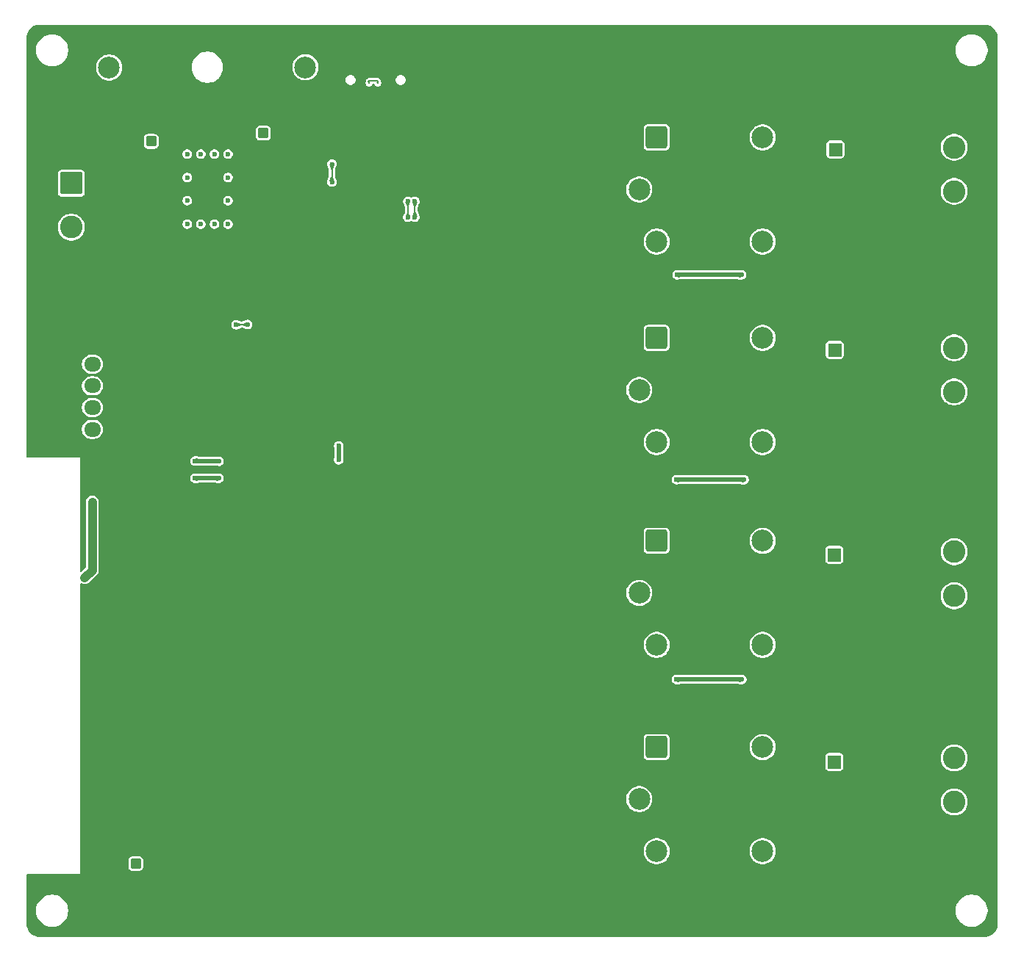
<source format=gbl>
G04 #@! TF.GenerationSoftware,KiCad,Pcbnew,9.0.2*
G04 #@! TF.CreationDate,2025-06-16T21:06:24+01:00*
G04 #@! TF.ProjectId,WS2812B_strip_driver_wled,57533238-3132-4425-9f73-747269705f64,rev?*
G04 #@! TF.SameCoordinates,Original*
G04 #@! TF.FileFunction,Copper,L2,Bot*
G04 #@! TF.FilePolarity,Positive*
%FSLAX46Y46*%
G04 Gerber Fmt 4.6, Leading zero omitted, Abs format (unit mm)*
G04 Created by KiCad (PCBNEW 9.0.2) date 2025-06-16 21:06:24*
%MOMM*%
%LPD*%
G01*
G04 APERTURE LIST*
G04 Aperture macros list*
%AMRoundRect*
0 Rectangle with rounded corners*
0 $1 Rounding radius*
0 $2 $3 $4 $5 $6 $7 $8 $9 X,Y pos of 4 corners*
0 Add a 4 corners polygon primitive as box body*
4,1,4,$2,$3,$4,$5,$6,$7,$8,$9,$2,$3,0*
0 Add four circle primitives for the rounded corners*
1,1,$1+$1,$2,$3*
1,1,$1+$1,$4,$5*
1,1,$1+$1,$6,$7*
1,1,$1+$1,$8,$9*
0 Add four rect primitives between the rounded corners*
20,1,$1+$1,$2,$3,$4,$5,0*
20,1,$1+$1,$4,$5,$6,$7,0*
20,1,$1+$1,$6,$7,$8,$9,0*
20,1,$1+$1,$8,$9,$2,$3,0*%
G04 Aperture macros list end*
G04 #@! TA.AperFunction,ComponentPad*
%ADD10C,2.500000*%
G04 #@! TD*
G04 #@! TA.AperFunction,ComponentPad*
%ADD11RoundRect,0.250000X-1.000000X-1.000000X1.000000X-1.000000X1.000000X1.000000X-1.000000X1.000000X0*%
G04 #@! TD*
G04 #@! TA.AperFunction,ComponentPad*
%ADD12RoundRect,0.250000X1.050000X-1.050000X1.050000X1.050000X-1.050000X1.050000X-1.050000X-1.050000X0*%
G04 #@! TD*
G04 #@! TA.AperFunction,ComponentPad*
%ADD13C,2.600000*%
G04 #@! TD*
G04 #@! TA.AperFunction,ComponentPad*
%ADD14RoundRect,0.250000X0.550000X-0.550000X0.550000X0.550000X-0.550000X0.550000X-0.550000X-0.550000X0*%
G04 #@! TD*
G04 #@! TA.AperFunction,ComponentPad*
%ADD15C,1.600000*%
G04 #@! TD*
G04 #@! TA.AperFunction,ComponentPad*
%ADD16RoundRect,0.250000X0.350000X-0.350000X0.350000X0.350000X-0.350000X0.350000X-0.350000X-0.350000X0*%
G04 #@! TD*
G04 #@! TA.AperFunction,ComponentPad*
%ADD17C,1.200000*%
G04 #@! TD*
G04 #@! TA.AperFunction,HeatsinkPad*
%ADD18C,0.600000*%
G04 #@! TD*
G04 #@! TA.AperFunction,HeatsinkPad*
%ADD19O,1.000000X2.100000*%
G04 #@! TD*
G04 #@! TA.AperFunction,HeatsinkPad*
%ADD20O,1.000000X1.600000*%
G04 #@! TD*
G04 #@! TA.AperFunction,ComponentPad*
%ADD21RoundRect,0.250000X-1.050000X1.050000X-1.050000X-1.050000X1.050000X-1.050000X1.050000X1.050000X0*%
G04 #@! TD*
G04 #@! TA.AperFunction,ComponentPad*
%ADD22RoundRect,0.250000X0.350000X0.350000X-0.350000X0.350000X-0.350000X-0.350000X0.350000X-0.350000X0*%
G04 #@! TD*
G04 #@! TA.AperFunction,ComponentPad*
%ADD23RoundRect,0.250000X-0.725000X0.600000X-0.725000X-0.600000X0.725000X-0.600000X0.725000X0.600000X0*%
G04 #@! TD*
G04 #@! TA.AperFunction,ComponentPad*
%ADD24O,1.950000X1.700000*%
G04 #@! TD*
G04 #@! TA.AperFunction,ViaPad*
%ADD25C,0.600000*%
G04 #@! TD*
G04 #@! TA.AperFunction,ViaPad*
%ADD26C,0.300000*%
G04 #@! TD*
G04 #@! TA.AperFunction,Conductor*
%ADD27C,1.000000*%
G04 #@! TD*
G04 #@! TA.AperFunction,Conductor*
%ADD28C,0.500000*%
G04 #@! TD*
G04 #@! TA.AperFunction,Conductor*
%ADD29C,0.200000*%
G04 #@! TD*
G04 APERTURE END LIST*
D10*
G04 #@! TO.P,K1,11*
G04 #@! TO.N,5V_FUSED*
X84225000Y-93449503D03*
G04 #@! TO.P,K1,12*
G04 #@! TO.N,unconnected-(K1-Pad12)*
X98425000Y-87449503D03*
G04 #@! TO.P,K1,14*
G04 #@! TO.N,5v_CH_1*
X98425000Y-99449503D03*
D11*
G04 #@! TO.P,K1,A1*
G04 #@! TO.N,Net-(D6-A)*
X86225000Y-87449503D03*
D10*
G04 #@! TO.P,K1,A2*
G04 #@! TO.N,5V_FUSED*
X86225000Y-99449503D03*
G04 #@! TD*
D12*
G04 #@! TO.P,J1,1,Pin_1*
G04 #@! TO.N,GND*
X120500000Y-98744503D03*
D13*
G04 #@! TO.P,J1,2,Pin_2*
G04 #@! TO.N,CH_1_DAT*
X120500000Y-93664503D03*
G04 #@! TO.P,J1,3,Pin_3*
G04 #@! TO.N,/CH_1_5v_FUSED*
X120500000Y-88584503D03*
G04 #@! TD*
D14*
G04 #@! TO.P,C13,1*
G04 #@! TO.N,/CH_1_5v_FUSED*
X106825000Y-88844503D03*
D15*
G04 #@! TO.P,C13,2*
G04 #@! TO.N,GND*
X106825000Y-83844503D03*
G04 #@! TD*
D10*
G04 #@! TO.P,K2,11*
G04 #@! TO.N,5V_FUSED*
X84225000Y-116571336D03*
G04 #@! TO.P,K2,12*
G04 #@! TO.N,unconnected-(K2-Pad12)*
X98425000Y-110571336D03*
G04 #@! TO.P,K2,14*
G04 #@! TO.N,5v_CH_2*
X98425000Y-122571336D03*
D11*
G04 #@! TO.P,K2,A1*
G04 #@! TO.N,Net-(D7-A)*
X86225000Y-110571336D03*
D10*
G04 #@! TO.P,K2,A2*
G04 #@! TO.N,5V_FUSED*
X86225000Y-122571336D03*
G04 #@! TD*
D14*
G04 #@! TO.P,C12,1*
G04 #@! TO.N,/CH_2_5v_FUSED*
X106750000Y-111959669D03*
D15*
G04 #@! TO.P,C12,2*
G04 #@! TO.N,GND*
X106750000Y-106959669D03*
G04 #@! TD*
D12*
G04 #@! TO.P,J2,1,Pin_1*
G04 #@! TO.N,GND*
X120500000Y-121866336D03*
D13*
G04 #@! TO.P,J2,2,Pin_2*
G04 #@! TO.N,CH_2_DAT*
X120500000Y-116786336D03*
G04 #@! TO.P,J2,3,Pin_3*
G04 #@! TO.N,/CH_2_5v_FUSED*
X120500000Y-111706336D03*
G04 #@! TD*
D14*
G04 #@! TO.P,C10,1*
G04 #@! TO.N,/CH_3_5v_FUSED*
X106690000Y-135582485D03*
D15*
G04 #@! TO.P,C10,2*
G04 #@! TO.N,GND*
X106690000Y-130582485D03*
G04 #@! TD*
D16*
G04 #@! TO.P,C2,1*
G04 #@! TO.N,+3V3*
X28010000Y-87905199D03*
D17*
G04 #@! TO.P,C2,2*
G04 #@! TO.N,GND*
X28010000Y-85905199D03*
G04 #@! TD*
D18*
G04 #@! TO.P,U1,39,GND*
G04 #@! TO.N,GND*
X28115000Y-151280000D03*
X29515000Y-151280000D03*
X27415000Y-150580000D03*
X28815000Y-150580000D03*
X30215000Y-150580000D03*
X28115000Y-149880000D03*
X29515000Y-149880000D03*
X27415000Y-149180000D03*
X28815000Y-149180000D03*
X30215000Y-149180000D03*
X28115000Y-148480000D03*
X29515000Y-148480000D03*
G04 #@! TD*
D14*
G04 #@! TO.P,C11,1*
G04 #@! TO.N,/CH_4_5v_FUSED*
X106690000Y-159460000D03*
D15*
G04 #@! TO.P,C11,2*
G04 #@! TO.N,GND*
X106690000Y-154460000D03*
G04 #@! TD*
D12*
G04 #@! TO.P,J4,1,Pin_1*
G04 #@! TO.N,GND*
X120500000Y-169155000D03*
D13*
G04 #@! TO.P,J4,2,Pin_2*
G04 #@! TO.N,CH_4_DAT*
X120500000Y-164075000D03*
G04 #@! TO.P,J4,3,Pin_3*
G04 #@! TO.N,/CH_4_5v_FUSED*
X120500000Y-158995000D03*
G04 #@! TD*
D19*
G04 #@! TO.P,J8,S1,SHIELD*
G04 #@! TO.N,GND*
X58170000Y-81355000D03*
D20*
X58170000Y-77175000D03*
D19*
X49530000Y-81355000D03*
D20*
X49530000Y-77175000D03*
G04 #@! TD*
D21*
G04 #@! TO.P,J5,1,Pin_1*
G04 #@! TO.N,+5V*
X18800000Y-92730000D03*
D13*
G04 #@! TO.P,J5,2,Pin_2*
G04 #@! TO.N,unconnected-(J5-Pin_2-Pad2)*
X18800000Y-97810000D03*
G04 #@! TO.P,J5,3,Pin_3*
G04 #@! TO.N,GND*
X18800000Y-102890000D03*
G04 #@! TD*
D10*
G04 #@! TO.P,K4,11*
G04 #@! TO.N,5V_FUSED*
X84225000Y-163737500D03*
G04 #@! TO.P,K4,12*
G04 #@! TO.N,unconnected-(K4-Pad12)*
X98425000Y-157737500D03*
G04 #@! TO.P,K4,14*
G04 #@! TO.N,5v_CH_4*
X98425000Y-169737500D03*
D11*
G04 #@! TO.P,K4,A1*
G04 #@! TO.N,Net-(D9-A)*
X86225000Y-157737500D03*
D10*
G04 #@! TO.P,K4,A2*
G04 #@! TO.N,5V_FUSED*
X86225000Y-169737500D03*
G04 #@! TD*
G04 #@! TO.P,K3,11*
G04 #@! TO.N,5V_FUSED*
X84225000Y-139956917D03*
G04 #@! TO.P,K3,12*
G04 #@! TO.N,unconnected-(K3-Pad12)*
X98425000Y-133956917D03*
G04 #@! TO.P,K3,14*
G04 #@! TO.N,5v_CH_3*
X98425000Y-145956917D03*
D11*
G04 #@! TO.P,K3,A1*
G04 #@! TO.N,Net-(D8-A)*
X86225000Y-133956917D03*
D10*
G04 #@! TO.P,K3,A2*
G04 #@! TO.N,5V_FUSED*
X86225000Y-145956917D03*
G04 #@! TD*
D12*
G04 #@! TO.P,J3,1,Pin_1*
G04 #@! TO.N,GND*
X120500000Y-145374417D03*
D13*
G04 #@! TO.P,J3,2,Pin_2*
G04 #@! TO.N,CH_3_DAT*
X120500000Y-140294417D03*
G04 #@! TO.P,J3,3,Pin_3*
G04 #@! TO.N,/CH_3_5v_FUSED*
X120500000Y-135214417D03*
G04 #@! TD*
D22*
G04 #@! TO.P,C1,1*
G04 #@! TO.N,5V_FUSED*
X40920000Y-86960000D03*
D17*
G04 #@! TO.P,C1,2*
G04 #@! TO.N,GND*
X38920000Y-86960000D03*
G04 #@! TD*
D23*
G04 #@! TO.P,J6,1,Pin_1*
G04 #@! TO.N,GND*
X21250000Y-111100000D03*
D24*
G04 #@! TO.P,J6,2,Pin_2*
G04 #@! TO.N,I2S_SD*
X21250000Y-113600000D03*
G04 #@! TO.P,J6,3,Pin_3*
G04 #@! TO.N,I2S_WS*
X21250000Y-116100000D03*
G04 #@! TO.P,J6,4,Pin_4*
G04 #@! TO.N,I2S_BCLK*
X21250000Y-118600000D03*
G04 #@! TO.P,J6,5,Pin_5*
G04 #@! TO.N,+3V3*
X21250000Y-121100000D03*
G04 #@! TD*
D10*
G04 #@! TO.P,F5,1*
G04 #@! TO.N,+5V*
X23152500Y-79390000D03*
G04 #@! TO.P,F5,2*
G04 #@! TO.N,5V_FUSED*
X45758500Y-79367000D03*
G04 #@! TD*
D16*
G04 #@! TO.P,C3,1*
G04 #@! TO.N,+3V3*
X26240000Y-171172599D03*
D17*
G04 #@! TO.P,C3,2*
G04 #@! TO.N,GND*
X26240000Y-169172599D03*
G04 #@! TD*
D25*
G04 #@! TO.N,GND*
X74600000Y-91359503D03*
X74600000Y-90509503D03*
X79250000Y-84979503D03*
X113698708Y-98837591D03*
X74670000Y-113579669D03*
X113790000Y-123369669D03*
X79240000Y-108039669D03*
X74670000Y-114429669D03*
X47720000Y-88470000D03*
X35540000Y-105040000D03*
X39000000Y-97350000D03*
X47110000Y-94460000D03*
X38995000Y-96135000D03*
X43130000Y-137160000D03*
X45080000Y-113570000D03*
X51340000Y-89680000D03*
X55690000Y-86280000D03*
X31153793Y-105079412D03*
X54200000Y-116190000D03*
X79260000Y-131309834D03*
X45080000Y-115770000D03*
X40650000Y-97350000D03*
X113910000Y-146859834D03*
X56110000Y-88140000D03*
X74740000Y-161780000D03*
X38990000Y-94920000D03*
X21875000Y-167625000D03*
X74740000Y-160930000D03*
X47100000Y-97254209D03*
X42300000Y-97350000D03*
X74670000Y-137019834D03*
X52320000Y-85350000D03*
X51960000Y-116140000D03*
X40360000Y-154090000D03*
X79253750Y-155290000D03*
X21090000Y-155680000D03*
X21150000Y-141190000D03*
X54770000Y-90690000D03*
X21850000Y-162325000D03*
X61130000Y-115770000D03*
X61150000Y-113570000D03*
X74670000Y-137869834D03*
X113880000Y-170530000D03*
G04 #@! TO.N,+3V3*
X32150000Y-94733333D03*
X36850000Y-97450000D03*
X36850000Y-94733333D03*
X33716667Y-89375000D03*
X35283333Y-97450000D03*
X36850000Y-89375000D03*
X21220000Y-129490000D03*
X32150000Y-89375000D03*
X35283333Y-89375000D03*
X32150000Y-97450000D03*
X36850000Y-92066667D03*
X32150000Y-92066667D03*
X20370000Y-138210000D03*
X33716667Y-97450000D03*
G04 #@! TO.N,EN*
X49590000Y-124620000D03*
X49590000Y-123020000D03*
D26*
G04 #@! TO.N,USB_D+*
X54100000Y-81160000D03*
X53100000Y-81160000D03*
D25*
G04 #@! TO.N,USB_5V*
X48820000Y-92570000D03*
X48820000Y-90540000D03*
G04 #@! TO.N,CH_1_DAT*
X95980000Y-103300000D03*
X88570000Y-103280000D03*
G04 #@! TO.N,CH_2_DAT*
X96310000Y-126900000D03*
X88520000Y-126900000D03*
G04 #@! TO.N,CH_3_DAT*
X88500000Y-149950000D03*
X96030000Y-149950000D03*
G04 #@! TO.N,TXD*
X35815000Y-124780000D03*
X58360003Y-96640000D03*
X37800000Y-109060000D03*
X33045000Y-124770000D03*
X39100000Y-109030000D03*
X58373191Y-94830005D03*
G04 #@! TO.N,RXD*
X57573190Y-94828634D03*
X57560069Y-96650525D03*
X35815000Y-126740000D03*
X33045000Y-126750000D03*
G04 #@! TD*
D27*
G04 #@! TO.N,+3V3*
X21220000Y-137360000D02*
X20370000Y-138210000D01*
X21220000Y-129490000D02*
X21220000Y-137360000D01*
D28*
G04 #@! TO.N,EN*
X49590000Y-123020000D02*
X49590000Y-124620000D01*
D29*
G04 #@! TO.N,USB_D+*
X54090000Y-80935000D02*
X54090000Y-81150000D01*
X53100000Y-81160000D02*
X53100000Y-80950000D01*
X54085000Y-80930000D02*
X54090000Y-80935000D01*
X53100000Y-80950000D02*
X53120000Y-80930000D01*
X54090000Y-81150000D02*
X54100000Y-81160000D01*
X53120000Y-80930000D02*
X54085000Y-80930000D01*
G04 #@! TO.N,USB_5V*
X48820000Y-90540000D02*
X48820000Y-92570000D01*
D28*
G04 #@! TO.N,CH_1_DAT*
X95980000Y-103300000D02*
X94180000Y-103300000D01*
X94180000Y-103300000D02*
X94160000Y-103280000D01*
X94160000Y-103280000D02*
X88570000Y-103280000D01*
G04 #@! TO.N,CH_2_DAT*
X88520000Y-126900000D02*
X96310000Y-126900000D01*
G04 #@! TO.N,CH_3_DAT*
X88500000Y-149950000D02*
X96030000Y-149950000D01*
D29*
G04 #@! TO.N,TXD*
X39100000Y-109030000D02*
X37830000Y-109030000D01*
X58373191Y-94830005D02*
X58370003Y-94833193D01*
D28*
X35815000Y-124780000D02*
X34180000Y-124780000D01*
X34180000Y-124780000D02*
X34170000Y-124770000D01*
D29*
X58360003Y-96375000D02*
X58360003Y-96640000D01*
D28*
X34170000Y-124770000D02*
X33045000Y-124770000D01*
D29*
X58370003Y-96365000D02*
X58360003Y-96375000D01*
X37830000Y-109030000D02*
X37800000Y-109060000D01*
X58370003Y-94833193D02*
X58370003Y-96365000D01*
G04 #@! TO.N,RXD*
X57560069Y-96650525D02*
X57560000Y-96650456D01*
D28*
X35805000Y-126750000D02*
X33045000Y-126750000D01*
D29*
X57560000Y-96210000D02*
X57570000Y-96200000D01*
X57570000Y-96200000D02*
X57570000Y-94886966D01*
X57573190Y-94883776D02*
X57573190Y-94828634D01*
X57570000Y-94886966D02*
X57573190Y-94883776D01*
X57560000Y-96650456D02*
X57560000Y-96210000D01*
D28*
X35815000Y-126740000D02*
X35805000Y-126750000D01*
G04 #@! TD*
G04 #@! TA.AperFunction,Conductor*
G04 #@! TO.N,GND*
G36*
X123899294Y-74451050D02*
G01*
X123913641Y-74451890D01*
X123969230Y-74451094D01*
X123971391Y-74451063D01*
X123973162Y-74451051D01*
X123977736Y-74451051D01*
X123984944Y-74451261D01*
X124006991Y-74452544D01*
X124187620Y-74463063D01*
X124205400Y-74465397D01*
X124400741Y-74505615D01*
X124417992Y-74510492D01*
X124605474Y-74578489D01*
X124621849Y-74585809D01*
X124797548Y-74680160D01*
X124812692Y-74689766D01*
X124972917Y-74808488D01*
X124986528Y-74820190D01*
X125127936Y-74960804D01*
X125139714Y-74974349D01*
X125259331Y-75133894D01*
X125269031Y-75148997D01*
X125364364Y-75324146D01*
X125371782Y-75340491D01*
X125440830Y-75527573D01*
X125445810Y-75544819D01*
X125487122Y-75739904D01*
X125489560Y-75757687D01*
X125502563Y-75961214D01*
X125502810Y-75970192D01*
X125502255Y-76034258D01*
X125502828Y-76043624D01*
X125500892Y-176478711D01*
X125500862Y-178036805D01*
X125499973Y-178040325D01*
X125500860Y-178102574D01*
X125500860Y-178103498D01*
X125500804Y-178103688D01*
X125500651Y-178110684D01*
X125488859Y-178313727D01*
X125486534Y-178331480D01*
X125446526Y-178526319D01*
X125441668Y-178543551D01*
X125374020Y-178730591D01*
X125366731Y-178746944D01*
X125272853Y-178922292D01*
X125263285Y-178937425D01*
X125145130Y-179097431D01*
X125133482Y-179111028D01*
X124993527Y-179252340D01*
X124980043Y-179264118D01*
X124821181Y-179383814D01*
X124806141Y-179393528D01*
X124631707Y-179489093D01*
X124615425Y-179496539D01*
X124429047Y-179565988D01*
X124411862Y-179571012D01*
X124217427Y-179612896D01*
X124199698Y-179615393D01*
X123995984Y-179629197D01*
X123987625Y-179629481D01*
X123987107Y-179629481D01*
X123926408Y-179629202D01*
X123925296Y-179629493D01*
X123916298Y-179629495D01*
X123916292Y-179629493D01*
X123916268Y-179629495D01*
X15273016Y-179624503D01*
X15242648Y-179620725D01*
X15239672Y-179619973D01*
X15239661Y-179619971D01*
X15178282Y-179620847D01*
X15169327Y-179620652D01*
X14966248Y-179608862D01*
X14948495Y-179606536D01*
X14753659Y-179566531D01*
X14736427Y-179561673D01*
X14549386Y-179494029D01*
X14533033Y-179486741D01*
X14357674Y-179392861D01*
X14342541Y-179383293D01*
X14259880Y-179322255D01*
X14182535Y-179265142D01*
X14168941Y-179253498D01*
X14027610Y-179113527D01*
X14015832Y-179100043D01*
X13896141Y-178941192D01*
X13886431Y-178926159D01*
X13790853Y-178751708D01*
X13783412Y-178735437D01*
X13713957Y-178549048D01*
X13708933Y-178531864D01*
X13707738Y-178526319D01*
X13667045Y-178337424D01*
X13664548Y-178319695D01*
X13652501Y-178141936D01*
X13650797Y-178116806D01*
X13650514Y-178108453D01*
X13650514Y-178108110D01*
X13650797Y-178046403D01*
X13650501Y-178045279D01*
X13650500Y-178036250D01*
X13650501Y-178036245D01*
X13650500Y-178036226D01*
X13650500Y-176478711D01*
X14749500Y-176478711D01*
X14749500Y-176721288D01*
X14781161Y-176961785D01*
X14843947Y-177196104D01*
X14936773Y-177420205D01*
X14936776Y-177420212D01*
X15058064Y-177630289D01*
X15058066Y-177630292D01*
X15058067Y-177630293D01*
X15205733Y-177822736D01*
X15205739Y-177822743D01*
X15377256Y-177994260D01*
X15377263Y-177994266D01*
X15431978Y-178036250D01*
X15569711Y-178141936D01*
X15779788Y-178263224D01*
X16003900Y-178356054D01*
X16238211Y-178418838D01*
X16418586Y-178442584D01*
X16478711Y-178450500D01*
X16478712Y-178450500D01*
X16721289Y-178450500D01*
X16769388Y-178444167D01*
X16961789Y-178418838D01*
X17196100Y-178356054D01*
X17420212Y-178263224D01*
X17630289Y-178141936D01*
X17822738Y-177994265D01*
X17994265Y-177822738D01*
X18141936Y-177630289D01*
X18263224Y-177420212D01*
X18356054Y-177196100D01*
X18418838Y-176961789D01*
X18450500Y-176721288D01*
X18450500Y-176478712D01*
X18450500Y-176478711D01*
X120649500Y-176478711D01*
X120649500Y-176721288D01*
X120681161Y-176961785D01*
X120743947Y-177196104D01*
X120836773Y-177420205D01*
X120836776Y-177420212D01*
X120958064Y-177630289D01*
X120958066Y-177630292D01*
X120958067Y-177630293D01*
X121105733Y-177822736D01*
X121105739Y-177822743D01*
X121277256Y-177994260D01*
X121277263Y-177994266D01*
X121331978Y-178036250D01*
X121469711Y-178141936D01*
X121679788Y-178263224D01*
X121903900Y-178356054D01*
X122138211Y-178418838D01*
X122318586Y-178442584D01*
X122378711Y-178450500D01*
X122378712Y-178450500D01*
X122621289Y-178450500D01*
X122669388Y-178444167D01*
X122861789Y-178418838D01*
X123096100Y-178356054D01*
X123320212Y-178263224D01*
X123530289Y-178141936D01*
X123722738Y-177994265D01*
X123894265Y-177822738D01*
X124041936Y-177630289D01*
X124163224Y-177420212D01*
X124256054Y-177196100D01*
X124318838Y-176961789D01*
X124350500Y-176721288D01*
X124350500Y-176478712D01*
X124318838Y-176238211D01*
X124256054Y-176003900D01*
X124163224Y-175779788D01*
X124041936Y-175569711D01*
X123894265Y-175377262D01*
X123894260Y-175377256D01*
X123722743Y-175205739D01*
X123722736Y-175205733D01*
X123530293Y-175058067D01*
X123530292Y-175058066D01*
X123530289Y-175058064D01*
X123320212Y-174936776D01*
X123320205Y-174936773D01*
X123096104Y-174843947D01*
X122861785Y-174781161D01*
X122621289Y-174749500D01*
X122621288Y-174749500D01*
X122378712Y-174749500D01*
X122378711Y-174749500D01*
X122138214Y-174781161D01*
X121903895Y-174843947D01*
X121679794Y-174936773D01*
X121679785Y-174936777D01*
X121469706Y-175058067D01*
X121277263Y-175205733D01*
X121277256Y-175205739D01*
X121105739Y-175377256D01*
X121105733Y-175377263D01*
X120958067Y-175569706D01*
X120836777Y-175779785D01*
X120836773Y-175779794D01*
X120743947Y-176003895D01*
X120681161Y-176238214D01*
X120649500Y-176478711D01*
X18450500Y-176478711D01*
X18418838Y-176238211D01*
X18356054Y-176003900D01*
X18263224Y-175779788D01*
X18141936Y-175569711D01*
X17994265Y-175377262D01*
X17994260Y-175377256D01*
X17822743Y-175205739D01*
X17822736Y-175205733D01*
X17630293Y-175058067D01*
X17630292Y-175058066D01*
X17630289Y-175058064D01*
X17420212Y-174936776D01*
X17420205Y-174936773D01*
X17196104Y-174843947D01*
X16961785Y-174781161D01*
X16721289Y-174749500D01*
X16721288Y-174749500D01*
X16478712Y-174749500D01*
X16478711Y-174749500D01*
X16238214Y-174781161D01*
X16003895Y-174843947D01*
X15779794Y-174936773D01*
X15779785Y-174936777D01*
X15569706Y-175058067D01*
X15377263Y-175205733D01*
X15377256Y-175205739D01*
X15205739Y-175377256D01*
X15205733Y-175377263D01*
X15058067Y-175569706D01*
X14936777Y-175779785D01*
X14936773Y-175779794D01*
X14843947Y-176003895D01*
X14781161Y-176238214D01*
X14749500Y-176478711D01*
X13650500Y-176478711D01*
X13650500Y-172504000D01*
X13670185Y-172436961D01*
X13722989Y-172391206D01*
X13774500Y-172380000D01*
X19795000Y-172380000D01*
X19795000Y-170774734D01*
X25389500Y-170774734D01*
X25389500Y-171570469D01*
X25389501Y-171570475D01*
X25395908Y-171630082D01*
X25446202Y-171764927D01*
X25446206Y-171764934D01*
X25532452Y-171880143D01*
X25532455Y-171880146D01*
X25647664Y-171966392D01*
X25647671Y-171966396D01*
X25782517Y-172016690D01*
X25782516Y-172016690D01*
X25789444Y-172017434D01*
X25842127Y-172023099D01*
X26637872Y-172023098D01*
X26697483Y-172016690D01*
X26832331Y-171966395D01*
X26947546Y-171880145D01*
X27033796Y-171764930D01*
X27084091Y-171630082D01*
X27090500Y-171570472D01*
X27090499Y-170774727D01*
X27084091Y-170715116D01*
X27084052Y-170715012D01*
X27033797Y-170580270D01*
X27033793Y-170580263D01*
X26947547Y-170465054D01*
X26947544Y-170465051D01*
X26832335Y-170378805D01*
X26832328Y-170378801D01*
X26697482Y-170328507D01*
X26697483Y-170328507D01*
X26637883Y-170322100D01*
X26637881Y-170322099D01*
X26637873Y-170322099D01*
X26637864Y-170322099D01*
X25842129Y-170322099D01*
X25842123Y-170322100D01*
X25782516Y-170328507D01*
X25647671Y-170378801D01*
X25647664Y-170378805D01*
X25532455Y-170465051D01*
X25532452Y-170465054D01*
X25446206Y-170580263D01*
X25446202Y-170580270D01*
X25395908Y-170715116D01*
X25389501Y-170774715D01*
X25389501Y-170774722D01*
X25389500Y-170774734D01*
X19795000Y-170774734D01*
X19795000Y-169619402D01*
X84724500Y-169619402D01*
X84724500Y-169855597D01*
X84761446Y-170088868D01*
X84834433Y-170313496D01*
X84941657Y-170523933D01*
X85080483Y-170715010D01*
X85247490Y-170882017D01*
X85438567Y-171020843D01*
X85537991Y-171071502D01*
X85649003Y-171128066D01*
X85649005Y-171128066D01*
X85649008Y-171128068D01*
X85769412Y-171167189D01*
X85873631Y-171201053D01*
X86106903Y-171238000D01*
X86106908Y-171238000D01*
X86343097Y-171238000D01*
X86576368Y-171201053D01*
X86800992Y-171128068D01*
X87011433Y-171020843D01*
X87202510Y-170882017D01*
X87369517Y-170715010D01*
X87508343Y-170523933D01*
X87615568Y-170313492D01*
X87688553Y-170088868D01*
X87725500Y-169855597D01*
X87725500Y-169619402D01*
X96924500Y-169619402D01*
X96924500Y-169855597D01*
X96961446Y-170088868D01*
X97034433Y-170313496D01*
X97141657Y-170523933D01*
X97280483Y-170715010D01*
X97447490Y-170882017D01*
X97638567Y-171020843D01*
X97737991Y-171071502D01*
X97849003Y-171128066D01*
X97849005Y-171128066D01*
X97849008Y-171128068D01*
X97969412Y-171167189D01*
X98073631Y-171201053D01*
X98306903Y-171238000D01*
X98306908Y-171238000D01*
X98543097Y-171238000D01*
X98776368Y-171201053D01*
X99000992Y-171128068D01*
X99211433Y-171020843D01*
X99402510Y-170882017D01*
X99569517Y-170715010D01*
X99708343Y-170523933D01*
X99815568Y-170313492D01*
X99888553Y-170088868D01*
X99925500Y-169855597D01*
X99925500Y-169619402D01*
X99888553Y-169386131D01*
X99815566Y-169161503D01*
X99708342Y-168951066D01*
X99569517Y-168759990D01*
X99402510Y-168592983D01*
X99211433Y-168454157D01*
X99000996Y-168346933D01*
X98776368Y-168273946D01*
X98543097Y-168237000D01*
X98543092Y-168237000D01*
X98306908Y-168237000D01*
X98306903Y-168237000D01*
X98073631Y-168273946D01*
X97849003Y-168346933D01*
X97638566Y-168454157D01*
X97529550Y-168533362D01*
X97447490Y-168592983D01*
X97447488Y-168592985D01*
X97447487Y-168592985D01*
X97280485Y-168759987D01*
X97280485Y-168759988D01*
X97280483Y-168759990D01*
X97220862Y-168842050D01*
X97141657Y-168951066D01*
X97034433Y-169161503D01*
X96961446Y-169386131D01*
X96924500Y-169619402D01*
X87725500Y-169619402D01*
X87688553Y-169386131D01*
X87615566Y-169161503D01*
X87508342Y-168951066D01*
X87369517Y-168759990D01*
X87202510Y-168592983D01*
X87011433Y-168454157D01*
X86800996Y-168346933D01*
X86576368Y-168273946D01*
X86343097Y-168237000D01*
X86343092Y-168237000D01*
X86106908Y-168237000D01*
X86106903Y-168237000D01*
X85873631Y-168273946D01*
X85649003Y-168346933D01*
X85438566Y-168454157D01*
X85329550Y-168533362D01*
X85247490Y-168592983D01*
X85247488Y-168592985D01*
X85247487Y-168592985D01*
X85080485Y-168759987D01*
X85080485Y-168759988D01*
X85080483Y-168759990D01*
X85020862Y-168842050D01*
X84941657Y-168951066D01*
X84834433Y-169161503D01*
X84761446Y-169386131D01*
X84724500Y-169619402D01*
X19795000Y-169619402D01*
X19795000Y-163619402D01*
X82724500Y-163619402D01*
X82724500Y-163855597D01*
X82761446Y-164088868D01*
X82834433Y-164313496D01*
X82941657Y-164523933D01*
X83080483Y-164715010D01*
X83247490Y-164882017D01*
X83438567Y-165020843D01*
X83537991Y-165071502D01*
X83649003Y-165128066D01*
X83649005Y-165128066D01*
X83649008Y-165128068D01*
X83769412Y-165167189D01*
X83873631Y-165201053D01*
X84106903Y-165238000D01*
X84106908Y-165238000D01*
X84343097Y-165238000D01*
X84576368Y-165201053D01*
X84800992Y-165128068D01*
X85011433Y-165020843D01*
X85202510Y-164882017D01*
X85369517Y-164715010D01*
X85508343Y-164523933D01*
X85615568Y-164313492D01*
X85688553Y-164088868D01*
X85710077Y-163952973D01*
X118949500Y-163952973D01*
X118949500Y-164197026D01*
X118967946Y-164313492D01*
X118987679Y-164438076D01*
X119063096Y-164670185D01*
X119171029Y-164882017D01*
X119173896Y-164887642D01*
X119317339Y-165085076D01*
X119317343Y-165085081D01*
X119489918Y-165257656D01*
X119489923Y-165257660D01*
X119662136Y-165382779D01*
X119687361Y-165401106D01*
X119904815Y-165511904D01*
X120136924Y-165587321D01*
X120377973Y-165625500D01*
X120377974Y-165625500D01*
X120622026Y-165625500D01*
X120622027Y-165625500D01*
X120863076Y-165587321D01*
X121095185Y-165511904D01*
X121312639Y-165401106D01*
X121510083Y-165257655D01*
X121682655Y-165085083D01*
X121826106Y-164887639D01*
X121936904Y-164670185D01*
X122012321Y-164438076D01*
X122050500Y-164197027D01*
X122050500Y-163952973D01*
X122012321Y-163711924D01*
X121936904Y-163479815D01*
X121826106Y-163262361D01*
X121807779Y-163237136D01*
X121682660Y-163064923D01*
X121682656Y-163064918D01*
X121510081Y-162892343D01*
X121510076Y-162892339D01*
X121312642Y-162748896D01*
X121312641Y-162748895D01*
X121312639Y-162748894D01*
X121095185Y-162638096D01*
X120863076Y-162562679D01*
X120863074Y-162562678D01*
X120863072Y-162562678D01*
X120694769Y-162536021D01*
X120622027Y-162524500D01*
X120377973Y-162524500D01*
X120322093Y-162533350D01*
X120136927Y-162562678D01*
X119904812Y-162638097D01*
X119687357Y-162748896D01*
X119489923Y-162892339D01*
X119489918Y-162892343D01*
X119317343Y-163064918D01*
X119317339Y-163064923D01*
X119173896Y-163262357D01*
X119063097Y-163479812D01*
X118987678Y-163711927D01*
X118949500Y-163952973D01*
X85710077Y-163952973D01*
X85713921Y-163928703D01*
X85725500Y-163855597D01*
X85725500Y-163619402D01*
X85688553Y-163386131D01*
X85615566Y-163161503D01*
X85508342Y-162951066D01*
X85369517Y-162759990D01*
X85202510Y-162592983D01*
X85011433Y-162454157D01*
X84800996Y-162346933D01*
X84576368Y-162273946D01*
X84343097Y-162237000D01*
X84343092Y-162237000D01*
X84106908Y-162237000D01*
X84106903Y-162237000D01*
X83873631Y-162273946D01*
X83649003Y-162346933D01*
X83438566Y-162454157D01*
X83341748Y-162524500D01*
X83247490Y-162592983D01*
X83247488Y-162592985D01*
X83247487Y-162592985D01*
X83080485Y-162759987D01*
X83080485Y-162759988D01*
X83080483Y-162759990D01*
X83020862Y-162842050D01*
X82941657Y-162951066D01*
X82834433Y-163161503D01*
X82761446Y-163386131D01*
X82724500Y-163619402D01*
X19795000Y-163619402D01*
X19795000Y-156689635D01*
X84724500Y-156689635D01*
X84724500Y-158785370D01*
X84724501Y-158785376D01*
X84730908Y-158844983D01*
X84781202Y-158979828D01*
X84781206Y-158979835D01*
X84867452Y-159095044D01*
X84867455Y-159095047D01*
X84982664Y-159181293D01*
X84982671Y-159181297D01*
X85117517Y-159231591D01*
X85117516Y-159231591D01*
X85124444Y-159232335D01*
X85177127Y-159238000D01*
X87272872Y-159237999D01*
X87332483Y-159231591D01*
X87467331Y-159181296D01*
X87582546Y-159095046D01*
X87668796Y-158979831D01*
X87719091Y-158844983D01*
X87725500Y-158785373D01*
X87725499Y-157619402D01*
X96924500Y-157619402D01*
X96924500Y-157855597D01*
X96961446Y-158088868D01*
X97034433Y-158313496D01*
X97141657Y-158523933D01*
X97280483Y-158715010D01*
X97447490Y-158882017D01*
X97638567Y-159020843D01*
X97737991Y-159071502D01*
X97849003Y-159128066D01*
X97849005Y-159128066D01*
X97849008Y-159128068D01*
X97969412Y-159167189D01*
X98073631Y-159201053D01*
X98306903Y-159238000D01*
X98306908Y-159238000D01*
X98543097Y-159238000D01*
X98776368Y-159201053D01*
X99000992Y-159128068D01*
X99211433Y-159020843D01*
X99402510Y-158882017D01*
X99422392Y-158862135D01*
X105639500Y-158862135D01*
X105639500Y-160057870D01*
X105639501Y-160057876D01*
X105645908Y-160117483D01*
X105696202Y-160252328D01*
X105696206Y-160252335D01*
X105782452Y-160367544D01*
X105782455Y-160367547D01*
X105897664Y-160453793D01*
X105897671Y-160453797D01*
X106032517Y-160504091D01*
X106032516Y-160504091D01*
X106039444Y-160504835D01*
X106092127Y-160510500D01*
X107287872Y-160510499D01*
X107347483Y-160504091D01*
X107482331Y-160453796D01*
X107597546Y-160367546D01*
X107683796Y-160252331D01*
X107734091Y-160117483D01*
X107740500Y-160057873D01*
X107740499Y-158872973D01*
X118949500Y-158872973D01*
X118949500Y-159117027D01*
X118951249Y-159128068D01*
X118987678Y-159358072D01*
X119063097Y-159590187D01*
X119173896Y-159807642D01*
X119317339Y-160005076D01*
X119317343Y-160005081D01*
X119489918Y-160177656D01*
X119489923Y-160177660D01*
X119662136Y-160302779D01*
X119687361Y-160321106D01*
X119904815Y-160431904D01*
X120136924Y-160507321D01*
X120377973Y-160545500D01*
X120377974Y-160545500D01*
X120622026Y-160545500D01*
X120622027Y-160545500D01*
X120863076Y-160507321D01*
X121095185Y-160431904D01*
X121312639Y-160321106D01*
X121510083Y-160177655D01*
X121682655Y-160005083D01*
X121826106Y-159807639D01*
X121936904Y-159590185D01*
X122012321Y-159358076D01*
X122050500Y-159117027D01*
X122050500Y-158872973D01*
X122012321Y-158631924D01*
X121936904Y-158399815D01*
X121826106Y-158182361D01*
X121758180Y-158088868D01*
X121682660Y-157984923D01*
X121682656Y-157984918D01*
X121510081Y-157812343D01*
X121510076Y-157812339D01*
X121312642Y-157668896D01*
X121312641Y-157668895D01*
X121312639Y-157668894D01*
X121095185Y-157558096D01*
X120863076Y-157482679D01*
X120863074Y-157482678D01*
X120863072Y-157482678D01*
X120694769Y-157456021D01*
X120622027Y-157444500D01*
X120377973Y-157444500D01*
X120322093Y-157453350D01*
X120136927Y-157482678D01*
X119904812Y-157558097D01*
X119687357Y-157668896D01*
X119489923Y-157812339D01*
X119489918Y-157812343D01*
X119317343Y-157984918D01*
X119317339Y-157984923D01*
X119173896Y-158182357D01*
X119063097Y-158399812D01*
X119063096Y-158399814D01*
X119063096Y-158399815D01*
X119041525Y-158466204D01*
X118987678Y-158631927D01*
X118982018Y-158667664D01*
X118949500Y-158872973D01*
X107740499Y-158872973D01*
X107740499Y-158862128D01*
X107734091Y-158802517D01*
X107727700Y-158785383D01*
X107683797Y-158667671D01*
X107683793Y-158667664D01*
X107597547Y-158552455D01*
X107597544Y-158552452D01*
X107482335Y-158466206D01*
X107482328Y-158466202D01*
X107347482Y-158415908D01*
X107347483Y-158415908D01*
X107287883Y-158409501D01*
X107287881Y-158409500D01*
X107287873Y-158409500D01*
X107287864Y-158409500D01*
X106092129Y-158409500D01*
X106092123Y-158409501D01*
X106032516Y-158415908D01*
X105897671Y-158466202D01*
X105897664Y-158466206D01*
X105782455Y-158552452D01*
X105782452Y-158552455D01*
X105696206Y-158667664D01*
X105696202Y-158667671D01*
X105645908Y-158802517D01*
X105641343Y-158844982D01*
X105639501Y-158862123D01*
X105639500Y-158862135D01*
X99422392Y-158862135D01*
X99569517Y-158715010D01*
X99708343Y-158523933D01*
X99815568Y-158313492D01*
X99888553Y-158088868D01*
X99905017Y-157984917D01*
X99925500Y-157855597D01*
X99925500Y-157619402D01*
X99888553Y-157386131D01*
X99815566Y-157161503D01*
X99708342Y-156951066D01*
X99569517Y-156759990D01*
X99402510Y-156592983D01*
X99211433Y-156454157D01*
X99000996Y-156346933D01*
X98776368Y-156273946D01*
X98543097Y-156237000D01*
X98543092Y-156237000D01*
X98306908Y-156237000D01*
X98306903Y-156237000D01*
X98073631Y-156273946D01*
X97849003Y-156346933D01*
X97638566Y-156454157D01*
X97582119Y-156495169D01*
X97447490Y-156592983D01*
X97447488Y-156592985D01*
X97447487Y-156592985D01*
X97280485Y-156759987D01*
X97280485Y-156759988D01*
X97280483Y-156759990D01*
X97220862Y-156842050D01*
X97141657Y-156951066D01*
X97034433Y-157161503D01*
X96961446Y-157386131D01*
X96924500Y-157619402D01*
X87725499Y-157619402D01*
X87725499Y-156689628D01*
X87719091Y-156630017D01*
X87705278Y-156592983D01*
X87668797Y-156495171D01*
X87668793Y-156495164D01*
X87582547Y-156379955D01*
X87582544Y-156379952D01*
X87467335Y-156293706D01*
X87467328Y-156293702D01*
X87332482Y-156243408D01*
X87332483Y-156243408D01*
X87272883Y-156237001D01*
X87272881Y-156237000D01*
X87272873Y-156237000D01*
X87272864Y-156237000D01*
X85177129Y-156237000D01*
X85177123Y-156237001D01*
X85117516Y-156243408D01*
X84982671Y-156293702D01*
X84982664Y-156293706D01*
X84867455Y-156379952D01*
X84867452Y-156379955D01*
X84781206Y-156495164D01*
X84781202Y-156495171D01*
X84730908Y-156630017D01*
X84724501Y-156689616D01*
X84724501Y-156689623D01*
X84724500Y-156689635D01*
X19795000Y-156689635D01*
X19795000Y-149877525D01*
X87949500Y-149877525D01*
X87949500Y-150022475D01*
X87987016Y-150162485D01*
X87987017Y-150162488D01*
X88059488Y-150288011D01*
X88059490Y-150288013D01*
X88059491Y-150288015D01*
X88161985Y-150390509D01*
X88161986Y-150390510D01*
X88161988Y-150390511D01*
X88287511Y-150462982D01*
X88287512Y-150462982D01*
X88287515Y-150462984D01*
X88427525Y-150500500D01*
X88427528Y-150500500D01*
X88572477Y-150500500D01*
X88580533Y-150499439D01*
X88580551Y-150499579D01*
X88589241Y-150498068D01*
X88589920Y-150498011D01*
X88589921Y-150498012D01*
X88747489Y-150485000D01*
X89104517Y-150455520D01*
X89104518Y-150455519D01*
X89104525Y-150455519D01*
X89107981Y-150454606D01*
X89139628Y-150450500D01*
X95390543Y-150450500D01*
X95419456Y-150454556D01*
X95419481Y-150454425D01*
X95422675Y-150455008D01*
X95424663Y-150455287D01*
X95425256Y-150455456D01*
X95425475Y-150455519D01*
X95940078Y-150498012D01*
X95940078Y-150498011D01*
X95940758Y-150498068D01*
X95949445Y-150499579D01*
X95949464Y-150499439D01*
X95957525Y-150500500D01*
X96102472Y-150500500D01*
X96102475Y-150500500D01*
X96242485Y-150462984D01*
X96368015Y-150390509D01*
X96470509Y-150288015D01*
X96542984Y-150162485D01*
X96580500Y-150022475D01*
X96580500Y-149877525D01*
X96542984Y-149737515D01*
X96470509Y-149611985D01*
X96368015Y-149509491D01*
X96368013Y-149509490D01*
X96368011Y-149509488D01*
X96242488Y-149437017D01*
X96242489Y-149437017D01*
X96231006Y-149433940D01*
X96102475Y-149399500D01*
X95957525Y-149399500D01*
X95957522Y-149399500D01*
X95949466Y-149400560D01*
X95949447Y-149400421D01*
X95940763Y-149401930D01*
X95425479Y-149444478D01*
X95425478Y-149444478D01*
X95422713Y-149445208D01*
X95422022Y-149445391D01*
X95390367Y-149449500D01*
X89139460Y-149449500D01*
X89110539Y-149445443D01*
X89110516Y-149445574D01*
X89107339Y-149444994D01*
X89105343Y-149444714D01*
X89104528Y-149444480D01*
X89104519Y-149444479D01*
X88589231Y-149401929D01*
X88580547Y-149400420D01*
X88580529Y-149400561D01*
X88572478Y-149399501D01*
X88572475Y-149399500D01*
X88427525Y-149399500D01*
X88298993Y-149433940D01*
X88287511Y-149437017D01*
X88161988Y-149509488D01*
X88161982Y-149509493D01*
X88059493Y-149611982D01*
X88059488Y-149611988D01*
X87987017Y-149737511D01*
X87987016Y-149737515D01*
X87949500Y-149877525D01*
X19795000Y-149877525D01*
X19795000Y-145838819D01*
X84724500Y-145838819D01*
X84724500Y-146075014D01*
X84761446Y-146308285D01*
X84834433Y-146532913D01*
X84941657Y-146743350D01*
X85080483Y-146934427D01*
X85247490Y-147101434D01*
X85438567Y-147240260D01*
X85537991Y-147290919D01*
X85649003Y-147347483D01*
X85649005Y-147347483D01*
X85649008Y-147347485D01*
X85769412Y-147386606D01*
X85873631Y-147420470D01*
X86106903Y-147457417D01*
X86106908Y-147457417D01*
X86343097Y-147457417D01*
X86576368Y-147420470D01*
X86800992Y-147347485D01*
X87011433Y-147240260D01*
X87202510Y-147101434D01*
X87369517Y-146934427D01*
X87508343Y-146743350D01*
X87615568Y-146532909D01*
X87688553Y-146308285D01*
X87725500Y-146075014D01*
X87725500Y-145838819D01*
X96924500Y-145838819D01*
X96924500Y-146075014D01*
X96961446Y-146308285D01*
X97034433Y-146532913D01*
X97141657Y-146743350D01*
X97280483Y-146934427D01*
X97447490Y-147101434D01*
X97638567Y-147240260D01*
X97737991Y-147290919D01*
X97849003Y-147347483D01*
X97849005Y-147347483D01*
X97849008Y-147347485D01*
X97969412Y-147386606D01*
X98073631Y-147420470D01*
X98306903Y-147457417D01*
X98306908Y-147457417D01*
X98543097Y-147457417D01*
X98776368Y-147420470D01*
X99000992Y-147347485D01*
X99211433Y-147240260D01*
X99402510Y-147101434D01*
X99569517Y-146934427D01*
X99708343Y-146743350D01*
X99815568Y-146532909D01*
X99888553Y-146308285D01*
X99925500Y-146075014D01*
X99925500Y-145838819D01*
X99888553Y-145605548D01*
X99815566Y-145380920D01*
X99708342Y-145170483D01*
X99569517Y-144979407D01*
X99402510Y-144812400D01*
X99211433Y-144673574D01*
X99000996Y-144566350D01*
X98776368Y-144493363D01*
X98543097Y-144456417D01*
X98543092Y-144456417D01*
X98306908Y-144456417D01*
X98306903Y-144456417D01*
X98073631Y-144493363D01*
X97849003Y-144566350D01*
X97638566Y-144673574D01*
X97529550Y-144752779D01*
X97447490Y-144812400D01*
X97447488Y-144812402D01*
X97447487Y-144812402D01*
X97280485Y-144979404D01*
X97280485Y-144979405D01*
X97280483Y-144979407D01*
X97220862Y-145061467D01*
X97141657Y-145170483D01*
X97034433Y-145380920D01*
X96961446Y-145605548D01*
X96924500Y-145838819D01*
X87725500Y-145838819D01*
X87688553Y-145605548D01*
X87615566Y-145380920D01*
X87508342Y-145170483D01*
X87369517Y-144979407D01*
X87202510Y-144812400D01*
X87011433Y-144673574D01*
X86800996Y-144566350D01*
X86576368Y-144493363D01*
X86343097Y-144456417D01*
X86343092Y-144456417D01*
X86106908Y-144456417D01*
X86106903Y-144456417D01*
X85873631Y-144493363D01*
X85649003Y-144566350D01*
X85438566Y-144673574D01*
X85329550Y-144752779D01*
X85247490Y-144812400D01*
X85247488Y-144812402D01*
X85247487Y-144812402D01*
X85080485Y-144979404D01*
X85080485Y-144979405D01*
X85080483Y-144979407D01*
X85020862Y-145061467D01*
X84941657Y-145170483D01*
X84834433Y-145380920D01*
X84761446Y-145605548D01*
X84724500Y-145838819D01*
X19795000Y-145838819D01*
X19795000Y-139838819D01*
X82724500Y-139838819D01*
X82724500Y-140075014D01*
X82761446Y-140308285D01*
X82834433Y-140532913D01*
X82941657Y-140743350D01*
X83080483Y-140934427D01*
X83247490Y-141101434D01*
X83438567Y-141240260D01*
X83537991Y-141290919D01*
X83649003Y-141347483D01*
X83649005Y-141347483D01*
X83649008Y-141347485D01*
X83769412Y-141386606D01*
X83873631Y-141420470D01*
X84106903Y-141457417D01*
X84106908Y-141457417D01*
X84343097Y-141457417D01*
X84576368Y-141420470D01*
X84800992Y-141347485D01*
X85011433Y-141240260D01*
X85202510Y-141101434D01*
X85369517Y-140934427D01*
X85508343Y-140743350D01*
X85615568Y-140532909D01*
X85688553Y-140308285D01*
X85710077Y-140172390D01*
X118949500Y-140172390D01*
X118949500Y-140416443D01*
X118967946Y-140532909D01*
X118987679Y-140657493D01*
X119063096Y-140889602D01*
X119171029Y-141101434D01*
X119173896Y-141107059D01*
X119317339Y-141304493D01*
X119317343Y-141304498D01*
X119489918Y-141477073D01*
X119489923Y-141477077D01*
X119662136Y-141602196D01*
X119687361Y-141620523D01*
X119904815Y-141731321D01*
X120136924Y-141806738D01*
X120377973Y-141844917D01*
X120377974Y-141844917D01*
X120622026Y-141844917D01*
X120622027Y-141844917D01*
X120863076Y-141806738D01*
X121095185Y-141731321D01*
X121312639Y-141620523D01*
X121510083Y-141477072D01*
X121682655Y-141304500D01*
X121826106Y-141107056D01*
X121936904Y-140889602D01*
X122012321Y-140657493D01*
X122050500Y-140416444D01*
X122050500Y-140172390D01*
X122012321Y-139931341D01*
X121936904Y-139699232D01*
X121826106Y-139481778D01*
X121807779Y-139456553D01*
X121682660Y-139284340D01*
X121682656Y-139284335D01*
X121510081Y-139111760D01*
X121510076Y-139111756D01*
X121312642Y-138968313D01*
X121312641Y-138968312D01*
X121312639Y-138968311D01*
X121095185Y-138857513D01*
X120863076Y-138782096D01*
X120863074Y-138782095D01*
X120863072Y-138782095D01*
X120694769Y-138755438D01*
X120622027Y-138743917D01*
X120377973Y-138743917D01*
X120322093Y-138752767D01*
X120136927Y-138782095D01*
X119904812Y-138857514D01*
X119687357Y-138968313D01*
X119489923Y-139111756D01*
X119489918Y-139111760D01*
X119317343Y-139284335D01*
X119317339Y-139284340D01*
X119173896Y-139481774D01*
X119063097Y-139699229D01*
X118987678Y-139931344D01*
X118949500Y-140172390D01*
X85710077Y-140172390D01*
X85713921Y-140148120D01*
X85725500Y-140075014D01*
X85725500Y-139838819D01*
X85688553Y-139605548D01*
X85615566Y-139380920D01*
X85508342Y-139170483D01*
X85369517Y-138979407D01*
X85202510Y-138812400D01*
X85011433Y-138673574D01*
X84800996Y-138566350D01*
X84576368Y-138493363D01*
X84343097Y-138456417D01*
X84343092Y-138456417D01*
X84106908Y-138456417D01*
X84106903Y-138456417D01*
X83873631Y-138493363D01*
X83649003Y-138566350D01*
X83438566Y-138673574D01*
X83341748Y-138743917D01*
X83247490Y-138812400D01*
X83247488Y-138812402D01*
X83247487Y-138812402D01*
X83080485Y-138979404D01*
X83080485Y-138979405D01*
X83080483Y-138979407D01*
X83020862Y-139061467D01*
X82941657Y-139170483D01*
X82834433Y-139380920D01*
X82761446Y-139605548D01*
X82724500Y-139838819D01*
X19795000Y-139838819D01*
X19795000Y-138960402D01*
X19814685Y-138893363D01*
X19867489Y-138847608D01*
X19936647Y-138837664D01*
X19987886Y-138857297D01*
X20014506Y-138875084D01*
X20151088Y-138931658D01*
X20151092Y-138931658D01*
X20151093Y-138931659D01*
X20296080Y-138960500D01*
X20296083Y-138960500D01*
X20443919Y-138960500D01*
X20541461Y-138941096D01*
X20588912Y-138931658D01*
X20725494Y-138875084D01*
X20848416Y-138792952D01*
X21802952Y-137838415D01*
X21849005Y-137769491D01*
X21885084Y-137715495D01*
X21908518Y-137658920D01*
X21941659Y-137578912D01*
X21970500Y-137433917D01*
X21970500Y-137286082D01*
X21970500Y-132909052D01*
X84724500Y-132909052D01*
X84724500Y-135004787D01*
X84724501Y-135004793D01*
X84730908Y-135064400D01*
X84781202Y-135199245D01*
X84781206Y-135199252D01*
X84867452Y-135314461D01*
X84867455Y-135314464D01*
X84982664Y-135400710D01*
X84982671Y-135400714D01*
X85117517Y-135451008D01*
X85117516Y-135451008D01*
X85124444Y-135451752D01*
X85177127Y-135457417D01*
X87272872Y-135457416D01*
X87332483Y-135451008D01*
X87467331Y-135400713D01*
X87582546Y-135314463D01*
X87668796Y-135199248D01*
X87719091Y-135064400D01*
X87725500Y-135004790D01*
X87725499Y-133838819D01*
X96924500Y-133838819D01*
X96924500Y-134075014D01*
X96961446Y-134308285D01*
X97034433Y-134532913D01*
X97106799Y-134674937D01*
X97141657Y-134743350D01*
X97280483Y-134934427D01*
X97447490Y-135101434D01*
X97638567Y-135240260D01*
X97737991Y-135290919D01*
X97849003Y-135347483D01*
X97849005Y-135347483D01*
X97849008Y-135347485D01*
X97969412Y-135386606D01*
X98073631Y-135420470D01*
X98306903Y-135457417D01*
X98306908Y-135457417D01*
X98543097Y-135457417D01*
X98776368Y-135420470D01*
X99000992Y-135347485D01*
X99211433Y-135240260D01*
X99402510Y-135101434D01*
X99519324Y-134984620D01*
X105639500Y-134984620D01*
X105639500Y-136180355D01*
X105639501Y-136180361D01*
X105645908Y-136239968D01*
X105696202Y-136374813D01*
X105696206Y-136374820D01*
X105782452Y-136490029D01*
X105782455Y-136490032D01*
X105897664Y-136576278D01*
X105897671Y-136576282D01*
X106032517Y-136626576D01*
X106032516Y-136626576D01*
X106039444Y-136627320D01*
X106092127Y-136632985D01*
X107287872Y-136632984D01*
X107347483Y-136626576D01*
X107482331Y-136576281D01*
X107597546Y-136490031D01*
X107683796Y-136374816D01*
X107734091Y-136239968D01*
X107740500Y-136180358D01*
X107740499Y-135092390D01*
X118949500Y-135092390D01*
X118949500Y-135336444D01*
X118951249Y-135347485D01*
X118987678Y-135577489D01*
X119063097Y-135809604D01*
X119173896Y-136027059D01*
X119317339Y-136224493D01*
X119317343Y-136224498D01*
X119489918Y-136397073D01*
X119489923Y-136397077D01*
X119617862Y-136490029D01*
X119687361Y-136540523D01*
X119904815Y-136651321D01*
X120136924Y-136726738D01*
X120377973Y-136764917D01*
X120377974Y-136764917D01*
X120622026Y-136764917D01*
X120622027Y-136764917D01*
X120863076Y-136726738D01*
X121095185Y-136651321D01*
X121312639Y-136540523D01*
X121510083Y-136397072D01*
X121682655Y-136224500D01*
X121826106Y-136027056D01*
X121936904Y-135809602D01*
X122012321Y-135577493D01*
X122050500Y-135336444D01*
X122050500Y-135092390D01*
X122012321Y-134851341D01*
X121936904Y-134619232D01*
X121826106Y-134401778D01*
X121758180Y-134308285D01*
X121682660Y-134204340D01*
X121682656Y-134204335D01*
X121510081Y-134031760D01*
X121510076Y-134031756D01*
X121312642Y-133888313D01*
X121312641Y-133888312D01*
X121312639Y-133888311D01*
X121095185Y-133777513D01*
X120863076Y-133702096D01*
X120863074Y-133702095D01*
X120863072Y-133702095D01*
X120694769Y-133675438D01*
X120622027Y-133663917D01*
X120377973Y-133663917D01*
X120322093Y-133672767D01*
X120136927Y-133702095D01*
X119904812Y-133777514D01*
X119687357Y-133888313D01*
X119489923Y-134031756D01*
X119489918Y-134031760D01*
X119317343Y-134204335D01*
X119317339Y-134204340D01*
X119173896Y-134401774D01*
X119063097Y-134619229D01*
X118987678Y-134851344D01*
X118966570Y-134984613D01*
X118949500Y-135092390D01*
X107740499Y-135092390D01*
X107740499Y-134984613D01*
X107734091Y-134925002D01*
X107727900Y-134908404D01*
X107683797Y-134790156D01*
X107683793Y-134790149D01*
X107597547Y-134674940D01*
X107597544Y-134674937D01*
X107482335Y-134588691D01*
X107482328Y-134588687D01*
X107347482Y-134538393D01*
X107347483Y-134538393D01*
X107287883Y-134531986D01*
X107287881Y-134531985D01*
X107287873Y-134531985D01*
X107287864Y-134531985D01*
X106092129Y-134531985D01*
X106092123Y-134531986D01*
X106032516Y-134538393D01*
X105897671Y-134588687D01*
X105897664Y-134588691D01*
X105782455Y-134674937D01*
X105782452Y-134674940D01*
X105696206Y-134790149D01*
X105696202Y-134790156D01*
X105645908Y-134925002D01*
X105644895Y-134934429D01*
X105639501Y-134984608D01*
X105639500Y-134984620D01*
X99519324Y-134984620D01*
X99569517Y-134934427D01*
X99708343Y-134743350D01*
X99815568Y-134532909D01*
X99888553Y-134308285D01*
X99905017Y-134204334D01*
X99925500Y-134075014D01*
X99925500Y-133838819D01*
X99888553Y-133605548D01*
X99815566Y-133380920D01*
X99708342Y-133170483D01*
X99569517Y-132979407D01*
X99402510Y-132812400D01*
X99211433Y-132673574D01*
X99000996Y-132566350D01*
X98776368Y-132493363D01*
X98543097Y-132456417D01*
X98543092Y-132456417D01*
X98306908Y-132456417D01*
X98306903Y-132456417D01*
X98073631Y-132493363D01*
X97849003Y-132566350D01*
X97638566Y-132673574D01*
X97582119Y-132714586D01*
X97447490Y-132812400D01*
X97447488Y-132812402D01*
X97447487Y-132812402D01*
X97280485Y-132979404D01*
X97280485Y-132979405D01*
X97280483Y-132979407D01*
X97220862Y-133061467D01*
X97141657Y-133170483D01*
X97034433Y-133380920D01*
X96961446Y-133605548D01*
X96924500Y-133838819D01*
X87725499Y-133838819D01*
X87725499Y-132909045D01*
X87719091Y-132849434D01*
X87705278Y-132812400D01*
X87668797Y-132714588D01*
X87668793Y-132714581D01*
X87582547Y-132599372D01*
X87582544Y-132599369D01*
X87467335Y-132513123D01*
X87467328Y-132513119D01*
X87332482Y-132462825D01*
X87332483Y-132462825D01*
X87272883Y-132456418D01*
X87272881Y-132456417D01*
X87272873Y-132456417D01*
X87272864Y-132456417D01*
X85177129Y-132456417D01*
X85177123Y-132456418D01*
X85117516Y-132462825D01*
X84982671Y-132513119D01*
X84982664Y-132513123D01*
X84867455Y-132599369D01*
X84867452Y-132599372D01*
X84781206Y-132714581D01*
X84781202Y-132714588D01*
X84730908Y-132849434D01*
X84724501Y-132909033D01*
X84724501Y-132909040D01*
X84724500Y-132909052D01*
X21970500Y-132909052D01*
X21970500Y-129416082D01*
X21970500Y-129416079D01*
X21941659Y-129271092D01*
X21941658Y-129271091D01*
X21941658Y-129271087D01*
X21941656Y-129271082D01*
X21885087Y-129134511D01*
X21885080Y-129134498D01*
X21802951Y-129011584D01*
X21802948Y-129011580D01*
X21698419Y-128907051D01*
X21698415Y-128907048D01*
X21575501Y-128824919D01*
X21575488Y-128824912D01*
X21438917Y-128768343D01*
X21438907Y-128768340D01*
X21293920Y-128739500D01*
X21293918Y-128739500D01*
X21146082Y-128739500D01*
X21146080Y-128739500D01*
X21001092Y-128768340D01*
X21001082Y-128768343D01*
X20864511Y-128824912D01*
X20864498Y-128824919D01*
X20741584Y-128907048D01*
X20741580Y-128907051D01*
X20637051Y-129011580D01*
X20637048Y-129011584D01*
X20554919Y-129134498D01*
X20554912Y-129134511D01*
X20498343Y-129271082D01*
X20498340Y-129271092D01*
X20469500Y-129416079D01*
X20469500Y-136997770D01*
X20449815Y-137064809D01*
X20433181Y-137085451D01*
X20006681Y-137511951D01*
X19945358Y-137545436D01*
X19875666Y-137540452D01*
X19819733Y-137498580D01*
X19795316Y-137433116D01*
X19795000Y-137424270D01*
X19795000Y-126677525D01*
X32494500Y-126677525D01*
X32494500Y-126822475D01*
X32532016Y-126962485D01*
X32532017Y-126962488D01*
X32604488Y-127088011D01*
X32604490Y-127088013D01*
X32604491Y-127088015D01*
X32706985Y-127190509D01*
X32706986Y-127190510D01*
X32706988Y-127190511D01*
X32832511Y-127262982D01*
X32832512Y-127262982D01*
X32832515Y-127262984D01*
X32972525Y-127300500D01*
X32972528Y-127300500D01*
X33117477Y-127300500D01*
X33125533Y-127299439D01*
X33125551Y-127299579D01*
X33134241Y-127298068D01*
X33134920Y-127298011D01*
X33134921Y-127298012D01*
X33292489Y-127285000D01*
X33649517Y-127255520D01*
X33649518Y-127255519D01*
X33649525Y-127255519D01*
X33652981Y-127254606D01*
X33684628Y-127250500D01*
X35179740Y-127250500D01*
X35211635Y-127254672D01*
X35213784Y-127255243D01*
X35215419Y-127255679D01*
X35215423Y-127255680D01*
X35724686Y-127288225D01*
X35734417Y-127289826D01*
X35734468Y-127289439D01*
X35742524Y-127290499D01*
X35742525Y-127290500D01*
X35742526Y-127290500D01*
X35887472Y-127290500D01*
X35887475Y-127290500D01*
X36027485Y-127252984D01*
X36153015Y-127180509D01*
X36255509Y-127078015D01*
X36327984Y-126952485D01*
X36361467Y-126827525D01*
X87969500Y-126827525D01*
X87969500Y-126972475D01*
X88000460Y-127088017D01*
X88007017Y-127112488D01*
X88079488Y-127238011D01*
X88079490Y-127238013D01*
X88079491Y-127238015D01*
X88181985Y-127340509D01*
X88181986Y-127340510D01*
X88181988Y-127340511D01*
X88307511Y-127412982D01*
X88307512Y-127412982D01*
X88307515Y-127412984D01*
X88447525Y-127450500D01*
X88447528Y-127450500D01*
X88592477Y-127450500D01*
X88600533Y-127449439D01*
X88600551Y-127449579D01*
X88609241Y-127448068D01*
X88609920Y-127448011D01*
X88609921Y-127448012D01*
X88767489Y-127435000D01*
X89124517Y-127405520D01*
X89124518Y-127405519D01*
X89124525Y-127405519D01*
X89127981Y-127404606D01*
X89159628Y-127400500D01*
X95670543Y-127400500D01*
X95699456Y-127404556D01*
X95699481Y-127404425D01*
X95702675Y-127405008D01*
X95704663Y-127405287D01*
X95705256Y-127405456D01*
X95705475Y-127405519D01*
X96220078Y-127448012D01*
X96220078Y-127448011D01*
X96220758Y-127448068D01*
X96229445Y-127449579D01*
X96229464Y-127449439D01*
X96237525Y-127450500D01*
X96382472Y-127450500D01*
X96382475Y-127450500D01*
X96522485Y-127412984D01*
X96648015Y-127340509D01*
X96750509Y-127238015D01*
X96822984Y-127112485D01*
X96860500Y-126972475D01*
X96860500Y-126827525D01*
X96822984Y-126687515D01*
X96817217Y-126677527D01*
X96750511Y-126561988D01*
X96750506Y-126561982D01*
X96648017Y-126459493D01*
X96648011Y-126459488D01*
X96522488Y-126387017D01*
X96522489Y-126387017D01*
X96511006Y-126383940D01*
X96382475Y-126349500D01*
X96237525Y-126349500D01*
X96237522Y-126349500D01*
X96229466Y-126350560D01*
X96229447Y-126350421D01*
X96220763Y-126351930D01*
X95705479Y-126394478D01*
X95705478Y-126394478D01*
X95702713Y-126395208D01*
X95702022Y-126395391D01*
X95670367Y-126399500D01*
X89159460Y-126399500D01*
X89130539Y-126395443D01*
X89130516Y-126395574D01*
X89127339Y-126394994D01*
X89125343Y-126394714D01*
X89124528Y-126394480D01*
X89124519Y-126394479D01*
X88609231Y-126351929D01*
X88600547Y-126350420D01*
X88600529Y-126350561D01*
X88592478Y-126349501D01*
X88592475Y-126349500D01*
X88447525Y-126349500D01*
X88318993Y-126383940D01*
X88307511Y-126387017D01*
X88181988Y-126459488D01*
X88181982Y-126459493D01*
X88079493Y-126561982D01*
X88079488Y-126561988D01*
X88007017Y-126687511D01*
X88007016Y-126687515D01*
X87969500Y-126827525D01*
X36361467Y-126827525D01*
X36365500Y-126812475D01*
X36365500Y-126667525D01*
X36327984Y-126527515D01*
X36288711Y-126459493D01*
X36255511Y-126401988D01*
X36255506Y-126401982D01*
X36153017Y-126299493D01*
X36153011Y-126299488D01*
X36027488Y-126227017D01*
X36027489Y-126227017D01*
X36016006Y-126223940D01*
X35887475Y-126189500D01*
X35742525Y-126189500D01*
X35734464Y-126190561D01*
X35734395Y-126190038D01*
X35726164Y-126191133D01*
X35726254Y-126192016D01*
X35205552Y-126244731D01*
X35204814Y-126244938D01*
X35203523Y-126245114D01*
X35200337Y-126245716D01*
X35200306Y-126245555D01*
X35171490Y-126249500D01*
X33684460Y-126249500D01*
X33655539Y-126245443D01*
X33655516Y-126245574D01*
X33652339Y-126244994D01*
X33650343Y-126244714D01*
X33649528Y-126244480D01*
X33649519Y-126244479D01*
X33134231Y-126201929D01*
X33125547Y-126200420D01*
X33125529Y-126200561D01*
X33117478Y-126199501D01*
X33117475Y-126199500D01*
X32972525Y-126199500D01*
X32843993Y-126233940D01*
X32832511Y-126237017D01*
X32706988Y-126309488D01*
X32706982Y-126309493D01*
X32604493Y-126411982D01*
X32604488Y-126411988D01*
X32532017Y-126537511D01*
X32532016Y-126537515D01*
X32494500Y-126677525D01*
X19795000Y-126677525D01*
X19795000Y-124697525D01*
X32494500Y-124697525D01*
X32494500Y-124842475D01*
X32525460Y-124958017D01*
X32532017Y-124982488D01*
X32604488Y-125108011D01*
X32604490Y-125108013D01*
X32604491Y-125108015D01*
X32706985Y-125210509D01*
X32706986Y-125210510D01*
X32706988Y-125210511D01*
X32832511Y-125282982D01*
X32832512Y-125282982D01*
X32832515Y-125282984D01*
X32972525Y-125320500D01*
X32972528Y-125320500D01*
X33117477Y-125320500D01*
X33125533Y-125319439D01*
X33125551Y-125319579D01*
X33134241Y-125318068D01*
X33134920Y-125318011D01*
X33134921Y-125318012D01*
X33292489Y-125305000D01*
X33649517Y-125275520D01*
X33649518Y-125275519D01*
X33649525Y-125275519D01*
X33652981Y-125274606D01*
X33684628Y-125270500D01*
X34060462Y-125270500D01*
X34092553Y-125274724D01*
X34114107Y-125280500D01*
X34114108Y-125280500D01*
X35175543Y-125280500D01*
X35204456Y-125284556D01*
X35204481Y-125284425D01*
X35207675Y-125285008D01*
X35209663Y-125285287D01*
X35210256Y-125285456D01*
X35210475Y-125285519D01*
X35725078Y-125328012D01*
X35725078Y-125328011D01*
X35725758Y-125328068D01*
X35734445Y-125329579D01*
X35734464Y-125329439D01*
X35742525Y-125330500D01*
X35887472Y-125330500D01*
X35887475Y-125330500D01*
X36027485Y-125292984D01*
X36153015Y-125220509D01*
X36255509Y-125118015D01*
X36327984Y-124992485D01*
X36365500Y-124852475D01*
X36365500Y-124707525D01*
X36327984Y-124567515D01*
X36322210Y-124557515D01*
X36255511Y-124441988D01*
X36255506Y-124441982D01*
X36153017Y-124339493D01*
X36153011Y-124339488D01*
X36027488Y-124267017D01*
X36027489Y-124267017D01*
X36016006Y-124263940D01*
X35887475Y-124229500D01*
X35742525Y-124229500D01*
X35742522Y-124229500D01*
X35734466Y-124230560D01*
X35734447Y-124230421D01*
X35725763Y-124231930D01*
X35210479Y-124274478D01*
X35210478Y-124274478D01*
X35207713Y-124275208D01*
X35207022Y-124275391D01*
X35175367Y-124279500D01*
X34289537Y-124279500D01*
X34257445Y-124275275D01*
X34235892Y-124269500D01*
X34235891Y-124269500D01*
X33684460Y-124269500D01*
X33655539Y-124265443D01*
X33655516Y-124265574D01*
X33652339Y-124264994D01*
X33650343Y-124264714D01*
X33649528Y-124264480D01*
X33649519Y-124264479D01*
X33134231Y-124221929D01*
X33125547Y-124220420D01*
X33125529Y-124220561D01*
X33117478Y-124219501D01*
X33117475Y-124219500D01*
X32972525Y-124219500D01*
X32843993Y-124253940D01*
X32832511Y-124257017D01*
X32706988Y-124329488D01*
X32706982Y-124329493D01*
X32604493Y-124431982D01*
X32604488Y-124431988D01*
X32532017Y-124557511D01*
X32532016Y-124557515D01*
X32494500Y-124697525D01*
X19795000Y-124697525D01*
X19795000Y-124380000D01*
X13774500Y-124380000D01*
X13707461Y-124360315D01*
X13661706Y-124307511D01*
X13650500Y-124256000D01*
X13650500Y-122947525D01*
X49039500Y-122947525D01*
X49039500Y-123092475D01*
X49077016Y-123232485D01*
X49077017Y-123232488D01*
X49080059Y-123239831D01*
X49089500Y-123287288D01*
X49089500Y-124352710D01*
X49080063Y-124400159D01*
X49077016Y-124407513D01*
X49067779Y-124441988D01*
X49039500Y-124547525D01*
X49039500Y-124692475D01*
X49077016Y-124832485D01*
X49077017Y-124832488D01*
X49149488Y-124958011D01*
X49149490Y-124958013D01*
X49149491Y-124958015D01*
X49251985Y-125060509D01*
X49251986Y-125060510D01*
X49251988Y-125060511D01*
X49377511Y-125132982D01*
X49377512Y-125132982D01*
X49377515Y-125132984D01*
X49517525Y-125170500D01*
X49517528Y-125170500D01*
X49662472Y-125170500D01*
X49662475Y-125170500D01*
X49802485Y-125132984D01*
X49928015Y-125060509D01*
X50030509Y-124958015D01*
X50102984Y-124832485D01*
X50140500Y-124692475D01*
X50140500Y-124547525D01*
X50102984Y-124407515D01*
X50102983Y-124407513D01*
X50099937Y-124400159D01*
X50090500Y-124352710D01*
X50090500Y-123287288D01*
X50099941Y-123239831D01*
X50102982Y-123232488D01*
X50102981Y-123232488D01*
X50102984Y-123232485D01*
X50140500Y-123092475D01*
X50140500Y-122947525D01*
X50102984Y-122807515D01*
X50034806Y-122689428D01*
X50030511Y-122681988D01*
X50030506Y-122681982D01*
X49928017Y-122579493D01*
X49928015Y-122579491D01*
X49802485Y-122507016D01*
X49662475Y-122469500D01*
X49517525Y-122469500D01*
X49388993Y-122503940D01*
X49377511Y-122507017D01*
X49251988Y-122579488D01*
X49251982Y-122579493D01*
X49149493Y-122681982D01*
X49149488Y-122681988D01*
X49077017Y-122807511D01*
X49077016Y-122807515D01*
X49039500Y-122947525D01*
X13650500Y-122947525D01*
X13650500Y-122453238D01*
X84724500Y-122453238D01*
X84724500Y-122689433D01*
X84761446Y-122922704D01*
X84834433Y-123147332D01*
X84905745Y-123287288D01*
X84941657Y-123357769D01*
X85080483Y-123548846D01*
X85247490Y-123715853D01*
X85438567Y-123854679D01*
X85537991Y-123905338D01*
X85649003Y-123961902D01*
X85649005Y-123961902D01*
X85649008Y-123961904D01*
X85769412Y-124001025D01*
X85873631Y-124034889D01*
X86106903Y-124071836D01*
X86106908Y-124071836D01*
X86343097Y-124071836D01*
X86576368Y-124034889D01*
X86800992Y-123961904D01*
X87011433Y-123854679D01*
X87202510Y-123715853D01*
X87369517Y-123548846D01*
X87508343Y-123357769D01*
X87615568Y-123147328D01*
X87688553Y-122922704D01*
X87706798Y-122807511D01*
X87725500Y-122689433D01*
X87725500Y-122453238D01*
X96924500Y-122453238D01*
X96924500Y-122689433D01*
X96961446Y-122922704D01*
X97034433Y-123147332D01*
X97105745Y-123287288D01*
X97141657Y-123357769D01*
X97280483Y-123548846D01*
X97447490Y-123715853D01*
X97638567Y-123854679D01*
X97737991Y-123905338D01*
X97849003Y-123961902D01*
X97849005Y-123961902D01*
X97849008Y-123961904D01*
X97969412Y-124001025D01*
X98073631Y-124034889D01*
X98306903Y-124071836D01*
X98306908Y-124071836D01*
X98543097Y-124071836D01*
X98776368Y-124034889D01*
X99000992Y-123961904D01*
X99211433Y-123854679D01*
X99402510Y-123715853D01*
X99569517Y-123548846D01*
X99708343Y-123357769D01*
X99815568Y-123147328D01*
X99888553Y-122922704D01*
X99906798Y-122807511D01*
X99925500Y-122689433D01*
X99925500Y-122453238D01*
X99888553Y-122219967D01*
X99830478Y-122041232D01*
X99815568Y-121995344D01*
X99815566Y-121995341D01*
X99815566Y-121995339D01*
X99759002Y-121884327D01*
X99708343Y-121784903D01*
X99569517Y-121593826D01*
X99402510Y-121426819D01*
X99211433Y-121287993D01*
X99000996Y-121180769D01*
X98776368Y-121107782D01*
X98543097Y-121070836D01*
X98543092Y-121070836D01*
X98306908Y-121070836D01*
X98306903Y-121070836D01*
X98073631Y-121107782D01*
X97849003Y-121180769D01*
X97638566Y-121287993D01*
X97542628Y-121357697D01*
X97447490Y-121426819D01*
X97447488Y-121426821D01*
X97447487Y-121426821D01*
X97280485Y-121593823D01*
X97280485Y-121593824D01*
X97280483Y-121593826D01*
X97220862Y-121675886D01*
X97141657Y-121784902D01*
X97034433Y-121995339D01*
X96961446Y-122219967D01*
X96924500Y-122453238D01*
X87725500Y-122453238D01*
X87688553Y-122219967D01*
X87630478Y-122041232D01*
X87615568Y-121995344D01*
X87615566Y-121995341D01*
X87615566Y-121995339D01*
X87559002Y-121884327D01*
X87508343Y-121784903D01*
X87369517Y-121593826D01*
X87202510Y-121426819D01*
X87011433Y-121287993D01*
X86800996Y-121180769D01*
X86576368Y-121107782D01*
X86343097Y-121070836D01*
X86343092Y-121070836D01*
X86106908Y-121070836D01*
X86106903Y-121070836D01*
X85873631Y-121107782D01*
X85649003Y-121180769D01*
X85438566Y-121287993D01*
X85342628Y-121357697D01*
X85247490Y-121426819D01*
X85247488Y-121426821D01*
X85247487Y-121426821D01*
X85080485Y-121593823D01*
X85080485Y-121593824D01*
X85080483Y-121593826D01*
X85020862Y-121675886D01*
X84941657Y-121784902D01*
X84834433Y-121995339D01*
X84761446Y-122219967D01*
X84724500Y-122453238D01*
X13650500Y-122453238D01*
X13650500Y-121013389D01*
X20024500Y-121013389D01*
X20024500Y-121186611D01*
X20051598Y-121357701D01*
X20105127Y-121522445D01*
X20183768Y-121676788D01*
X20285586Y-121816928D01*
X20408072Y-121939414D01*
X20548212Y-122041232D01*
X20702555Y-122119873D01*
X20867299Y-122173402D01*
X21038389Y-122200500D01*
X21038390Y-122200500D01*
X21461610Y-122200500D01*
X21461611Y-122200500D01*
X21632701Y-122173402D01*
X21797445Y-122119873D01*
X21951788Y-122041232D01*
X22091928Y-121939414D01*
X22214414Y-121816928D01*
X22316232Y-121676788D01*
X22394873Y-121522445D01*
X22448402Y-121357701D01*
X22475500Y-121186611D01*
X22475500Y-121013389D01*
X22448402Y-120842299D01*
X22394873Y-120677555D01*
X22316232Y-120523212D01*
X22214414Y-120383072D01*
X22091928Y-120260586D01*
X21951788Y-120158768D01*
X21797445Y-120080127D01*
X21632701Y-120026598D01*
X21632699Y-120026597D01*
X21632698Y-120026597D01*
X21501271Y-120005781D01*
X21461611Y-119999500D01*
X21038389Y-119999500D01*
X20998728Y-120005781D01*
X20867302Y-120026597D01*
X20702552Y-120080128D01*
X20548211Y-120158768D01*
X20468256Y-120216859D01*
X20408072Y-120260586D01*
X20408070Y-120260588D01*
X20408069Y-120260588D01*
X20285588Y-120383069D01*
X20285588Y-120383070D01*
X20285586Y-120383072D01*
X20241859Y-120443256D01*
X20183768Y-120523211D01*
X20105128Y-120677552D01*
X20051597Y-120842302D01*
X20024500Y-121013389D01*
X13650500Y-121013389D01*
X13650500Y-118513389D01*
X20024500Y-118513389D01*
X20024500Y-118686611D01*
X20051598Y-118857701D01*
X20105127Y-119022445D01*
X20183768Y-119176788D01*
X20285586Y-119316928D01*
X20408072Y-119439414D01*
X20548212Y-119541232D01*
X20702555Y-119619873D01*
X20867299Y-119673402D01*
X21038389Y-119700500D01*
X21038390Y-119700500D01*
X21461610Y-119700500D01*
X21461611Y-119700500D01*
X21632701Y-119673402D01*
X21797445Y-119619873D01*
X21951788Y-119541232D01*
X22091928Y-119439414D01*
X22214414Y-119316928D01*
X22316232Y-119176788D01*
X22394873Y-119022445D01*
X22448402Y-118857701D01*
X22475500Y-118686611D01*
X22475500Y-118513389D01*
X22448402Y-118342299D01*
X22394873Y-118177555D01*
X22316232Y-118023212D01*
X22214414Y-117883072D01*
X22091928Y-117760586D01*
X21951788Y-117658768D01*
X21797447Y-117580128D01*
X21797446Y-117580127D01*
X21797445Y-117580127D01*
X21632701Y-117526598D01*
X21632699Y-117526597D01*
X21632698Y-117526597D01*
X21501271Y-117505781D01*
X21461611Y-117499500D01*
X21038389Y-117499500D01*
X20998728Y-117505781D01*
X20867302Y-117526597D01*
X20702552Y-117580128D01*
X20548211Y-117658768D01*
X20469646Y-117715850D01*
X20408072Y-117760586D01*
X20408070Y-117760588D01*
X20408069Y-117760588D01*
X20285588Y-117883069D01*
X20285588Y-117883070D01*
X20285586Y-117883072D01*
X20241859Y-117943256D01*
X20183768Y-118023211D01*
X20105128Y-118177552D01*
X20051597Y-118342302D01*
X20024500Y-118513389D01*
X13650500Y-118513389D01*
X13650500Y-116013389D01*
X20024500Y-116013389D01*
X20024500Y-116186611D01*
X20051598Y-116357701D01*
X20105127Y-116522445D01*
X20183768Y-116676788D01*
X20285586Y-116816928D01*
X20408072Y-116939414D01*
X20548212Y-117041232D01*
X20702555Y-117119873D01*
X20867299Y-117173402D01*
X21038389Y-117200500D01*
X21038390Y-117200500D01*
X21461610Y-117200500D01*
X21461611Y-117200500D01*
X21632701Y-117173402D01*
X21797445Y-117119873D01*
X21951788Y-117041232D01*
X22091928Y-116939414D01*
X22214414Y-116816928D01*
X22316232Y-116676788D01*
X22394873Y-116522445D01*
X22417360Y-116453238D01*
X82724500Y-116453238D01*
X82724500Y-116689433D01*
X82761446Y-116922704D01*
X82834433Y-117147332D01*
X82861524Y-117200500D01*
X82941657Y-117357769D01*
X83080483Y-117548846D01*
X83247490Y-117715853D01*
X83438567Y-117854679D01*
X83537991Y-117905338D01*
X83649003Y-117961902D01*
X83649005Y-117961902D01*
X83649008Y-117961904D01*
X83769412Y-118001025D01*
X83873631Y-118034889D01*
X84106903Y-118071836D01*
X84106908Y-118071836D01*
X84343097Y-118071836D01*
X84576368Y-118034889D01*
X84612309Y-118023211D01*
X84800992Y-117961904D01*
X85011433Y-117854679D01*
X85202510Y-117715853D01*
X85369517Y-117548846D01*
X85508343Y-117357769D01*
X85615568Y-117147328D01*
X85688553Y-116922704D01*
X85705306Y-116816929D01*
X85725500Y-116689433D01*
X85725500Y-116664309D01*
X118949500Y-116664309D01*
X118949500Y-116908363D01*
X118954418Y-116939411D01*
X118987349Y-117147332D01*
X118987679Y-117149412D01*
X119063096Y-117381521D01*
X119164290Y-117580127D01*
X119173896Y-117598978D01*
X119317339Y-117796412D01*
X119317343Y-117796417D01*
X119489918Y-117968992D01*
X119489923Y-117968996D01*
X119564546Y-118023212D01*
X119687361Y-118112442D01*
X119904815Y-118223240D01*
X120136924Y-118298657D01*
X120377973Y-118336836D01*
X120377974Y-118336836D01*
X120622026Y-118336836D01*
X120622027Y-118336836D01*
X120863076Y-118298657D01*
X121095185Y-118223240D01*
X121312639Y-118112442D01*
X121510083Y-117968991D01*
X121682655Y-117796419D01*
X121826106Y-117598975D01*
X121936904Y-117381521D01*
X122012321Y-117149412D01*
X122050500Y-116908363D01*
X122050500Y-116664309D01*
X122012321Y-116423260D01*
X121936904Y-116191151D01*
X121826106Y-115973697D01*
X121807779Y-115948472D01*
X121682660Y-115776259D01*
X121682656Y-115776254D01*
X121510081Y-115603679D01*
X121510076Y-115603675D01*
X121312642Y-115460232D01*
X121312641Y-115460231D01*
X121312639Y-115460230D01*
X121095185Y-115349432D01*
X120863076Y-115274015D01*
X120863074Y-115274014D01*
X120863072Y-115274014D01*
X120694769Y-115247357D01*
X120622027Y-115235836D01*
X120377973Y-115235836D01*
X120322093Y-115244686D01*
X120136927Y-115274014D01*
X119904812Y-115349433D01*
X119687357Y-115460232D01*
X119489923Y-115603675D01*
X119489918Y-115603679D01*
X119317343Y-115776254D01*
X119317339Y-115776259D01*
X119173896Y-115973693D01*
X119063097Y-116191148D01*
X118987678Y-116423263D01*
X118971969Y-116522445D01*
X118949500Y-116664309D01*
X85725500Y-116664309D01*
X85725500Y-116453238D01*
X85688553Y-116219967D01*
X85615566Y-115995339D01*
X85508342Y-115784902D01*
X85369517Y-115593826D01*
X85202510Y-115426819D01*
X85011433Y-115287993D01*
X84957644Y-115260586D01*
X84800996Y-115180769D01*
X84576368Y-115107782D01*
X84343097Y-115070836D01*
X84343092Y-115070836D01*
X84106908Y-115070836D01*
X84106903Y-115070836D01*
X83873631Y-115107782D01*
X83649003Y-115180769D01*
X83438566Y-115287993D01*
X83354004Y-115349432D01*
X83247490Y-115426819D01*
X83247488Y-115426821D01*
X83247487Y-115426821D01*
X83080485Y-115593823D01*
X83080485Y-115593824D01*
X83080483Y-115593826D01*
X83073323Y-115603681D01*
X82941657Y-115784902D01*
X82834433Y-115995339D01*
X82761446Y-116219967D01*
X82724500Y-116453238D01*
X22417360Y-116453238D01*
X22448402Y-116357701D01*
X22475500Y-116186611D01*
X22475500Y-116013389D01*
X22448402Y-115842299D01*
X22394873Y-115677555D01*
X22316232Y-115523212D01*
X22214414Y-115383072D01*
X22091928Y-115260586D01*
X21951788Y-115158768D01*
X21797445Y-115080127D01*
X21632701Y-115026598D01*
X21632699Y-115026597D01*
X21632698Y-115026597D01*
X21501271Y-115005781D01*
X21461611Y-114999500D01*
X21038389Y-114999500D01*
X20998728Y-115005781D01*
X20867302Y-115026597D01*
X20702552Y-115080128D01*
X20548211Y-115158768D01*
X20517930Y-115180769D01*
X20408072Y-115260586D01*
X20408070Y-115260588D01*
X20408069Y-115260588D01*
X20285588Y-115383069D01*
X20285588Y-115383070D01*
X20285586Y-115383072D01*
X20241859Y-115443256D01*
X20183768Y-115523211D01*
X20105128Y-115677552D01*
X20051597Y-115842302D01*
X20027359Y-115995339D01*
X20024500Y-116013389D01*
X13650500Y-116013389D01*
X13650500Y-113513389D01*
X20024500Y-113513389D01*
X20024500Y-113686611D01*
X20051598Y-113857701D01*
X20105127Y-114022445D01*
X20183768Y-114176788D01*
X20285586Y-114316928D01*
X20408072Y-114439414D01*
X20548212Y-114541232D01*
X20702555Y-114619873D01*
X20867299Y-114673402D01*
X21038389Y-114700500D01*
X21038390Y-114700500D01*
X21461610Y-114700500D01*
X21461611Y-114700500D01*
X21632701Y-114673402D01*
X21797445Y-114619873D01*
X21951788Y-114541232D01*
X22091928Y-114439414D01*
X22214414Y-114316928D01*
X22316232Y-114176788D01*
X22394873Y-114022445D01*
X22448402Y-113857701D01*
X22475500Y-113686611D01*
X22475500Y-113513389D01*
X22448402Y-113342299D01*
X22394873Y-113177555D01*
X22316232Y-113023212D01*
X22214414Y-112883072D01*
X22091928Y-112760586D01*
X21951788Y-112658768D01*
X21797445Y-112580127D01*
X21632701Y-112526598D01*
X21632699Y-112526597D01*
X21632698Y-112526597D01*
X21501271Y-112505781D01*
X21461611Y-112499500D01*
X21038389Y-112499500D01*
X20998728Y-112505781D01*
X20867302Y-112526597D01*
X20702552Y-112580128D01*
X20548211Y-112658768D01*
X20468872Y-112716412D01*
X20408072Y-112760586D01*
X20408070Y-112760588D01*
X20408069Y-112760588D01*
X20285588Y-112883069D01*
X20285588Y-112883070D01*
X20285586Y-112883072D01*
X20281286Y-112888991D01*
X20183768Y-113023211D01*
X20105128Y-113177552D01*
X20051597Y-113342302D01*
X20024500Y-113513389D01*
X13650500Y-113513389D01*
X13650500Y-108987525D01*
X37249500Y-108987525D01*
X37249500Y-109132475D01*
X37287016Y-109272485D01*
X37287017Y-109272488D01*
X37359488Y-109398011D01*
X37359490Y-109398013D01*
X37359491Y-109398015D01*
X37461985Y-109500509D01*
X37461986Y-109500510D01*
X37461988Y-109500511D01*
X37587511Y-109572982D01*
X37587512Y-109572982D01*
X37587515Y-109572984D01*
X37727525Y-109610500D01*
X37727528Y-109610500D01*
X37872472Y-109610500D01*
X37872475Y-109610500D01*
X38012485Y-109572984D01*
X38047134Y-109552978D01*
X38072601Y-109541869D01*
X38074405Y-109541312D01*
X38074416Y-109541310D01*
X38408030Y-109401297D01*
X38477463Y-109393506D01*
X38498280Y-109399062D01*
X38874508Y-109535474D01*
X38887515Y-109542984D01*
X38917037Y-109550894D01*
X38941618Y-109559807D01*
X38959551Y-109565570D01*
X38959570Y-109565576D01*
X38961218Y-109566039D01*
X38979733Y-109570508D01*
X38986934Y-109571376D01*
X38986837Y-109572173D01*
X39005938Y-109574715D01*
X39027525Y-109580500D01*
X39027526Y-109580500D01*
X39172472Y-109580500D01*
X39172475Y-109580500D01*
X39312485Y-109542984D01*
X39346282Y-109523471D01*
X84724500Y-109523471D01*
X84724500Y-111619206D01*
X84724501Y-111619212D01*
X84730908Y-111678819D01*
X84781202Y-111813664D01*
X84781206Y-111813671D01*
X84867452Y-111928880D01*
X84867455Y-111928883D01*
X84982664Y-112015129D01*
X84982671Y-112015133D01*
X85117517Y-112065427D01*
X85117516Y-112065427D01*
X85124444Y-112066171D01*
X85177127Y-112071836D01*
X87272872Y-112071835D01*
X87332483Y-112065427D01*
X87467331Y-112015132D01*
X87582546Y-111928882D01*
X87668796Y-111813667D01*
X87719091Y-111678819D01*
X87725500Y-111619209D01*
X87725499Y-110453238D01*
X96924500Y-110453238D01*
X96924500Y-110689433D01*
X96961446Y-110922704D01*
X97034433Y-111147332D01*
X97113336Y-111302186D01*
X97141657Y-111357769D01*
X97280483Y-111548846D01*
X97447490Y-111715853D01*
X97638567Y-111854679D01*
X97737991Y-111905338D01*
X97849003Y-111961902D01*
X97849005Y-111961902D01*
X97849008Y-111961904D01*
X97969412Y-112001025D01*
X98073631Y-112034889D01*
X98306903Y-112071836D01*
X98306908Y-112071836D01*
X98543097Y-112071836D01*
X98776368Y-112034889D01*
X99000992Y-111961904D01*
X99211433Y-111854679D01*
X99402510Y-111715853D01*
X99569517Y-111548846D01*
X99705411Y-111361804D01*
X105699500Y-111361804D01*
X105699500Y-112557539D01*
X105699501Y-112557545D01*
X105705908Y-112617152D01*
X105756202Y-112751997D01*
X105756206Y-112752004D01*
X105842452Y-112867213D01*
X105842455Y-112867216D01*
X105957664Y-112953462D01*
X105957671Y-112953466D01*
X106092517Y-113003760D01*
X106092516Y-113003760D01*
X106099444Y-113004504D01*
X106152127Y-113010169D01*
X107347872Y-113010168D01*
X107407483Y-113003760D01*
X107542331Y-112953465D01*
X107657546Y-112867215D01*
X107743796Y-112752000D01*
X107794091Y-112617152D01*
X107800500Y-112557542D01*
X107800499Y-111584309D01*
X118949500Y-111584309D01*
X118949500Y-111828362D01*
X118987047Y-112065427D01*
X118987679Y-112069412D01*
X118988466Y-112071835D01*
X119063097Y-112301523D01*
X119173896Y-112518978D01*
X119317339Y-112716412D01*
X119317343Y-112716417D01*
X119489918Y-112888992D01*
X119489923Y-112888996D01*
X119647883Y-113003760D01*
X119687361Y-113032442D01*
X119904815Y-113143240D01*
X120136924Y-113218657D01*
X120377973Y-113256836D01*
X120377974Y-113256836D01*
X120622026Y-113256836D01*
X120622027Y-113256836D01*
X120863076Y-113218657D01*
X121095185Y-113143240D01*
X121312639Y-113032442D01*
X121510083Y-112888991D01*
X121682655Y-112716419D01*
X121826106Y-112518975D01*
X121936904Y-112301521D01*
X122012321Y-112069412D01*
X122050500Y-111828363D01*
X122050500Y-111584309D01*
X122012321Y-111343260D01*
X121936904Y-111111151D01*
X121826106Y-110893697D01*
X121807779Y-110868472D01*
X121682660Y-110696259D01*
X121682656Y-110696254D01*
X121510081Y-110523679D01*
X121510076Y-110523675D01*
X121312642Y-110380232D01*
X121312641Y-110380231D01*
X121312639Y-110380230D01*
X121095185Y-110269432D01*
X120863076Y-110194015D01*
X120863074Y-110194014D01*
X120863072Y-110194014D01*
X120694769Y-110167357D01*
X120622027Y-110155836D01*
X120377973Y-110155836D01*
X120322093Y-110164686D01*
X120136927Y-110194014D01*
X119904812Y-110269433D01*
X119687357Y-110380232D01*
X119489923Y-110523675D01*
X119489918Y-110523679D01*
X119317343Y-110696254D01*
X119317339Y-110696259D01*
X119173896Y-110893693D01*
X119063097Y-111111148D01*
X118987678Y-111343263D01*
X118949500Y-111584309D01*
X107800499Y-111584309D01*
X107800499Y-111361797D01*
X107794091Y-111302186D01*
X107743796Y-111167338D01*
X107743795Y-111167337D01*
X107743793Y-111167333D01*
X107657547Y-111052124D01*
X107657544Y-111052121D01*
X107542335Y-110965875D01*
X107542328Y-110965871D01*
X107407482Y-110915577D01*
X107407483Y-110915577D01*
X107347883Y-110909170D01*
X107347881Y-110909169D01*
X107347873Y-110909169D01*
X107347864Y-110909169D01*
X106152129Y-110909169D01*
X106152123Y-110909170D01*
X106092516Y-110915577D01*
X105957671Y-110965871D01*
X105957664Y-110965875D01*
X105842455Y-111052121D01*
X105842452Y-111052124D01*
X105756206Y-111167333D01*
X105756202Y-111167340D01*
X105705908Y-111302186D01*
X105699933Y-111357769D01*
X105699501Y-111361792D01*
X105699500Y-111361804D01*
X99705411Y-111361804D01*
X99708343Y-111357769D01*
X99815568Y-111147328D01*
X99888553Y-110922704D01*
X99893148Y-110893693D01*
X99925500Y-110689433D01*
X99925500Y-110453238D01*
X99888553Y-110219967D01*
X99815566Y-109995339D01*
X99708342Y-109784902D01*
X99569517Y-109593826D01*
X99402510Y-109426819D01*
X99211433Y-109287993D01*
X99180997Y-109272485D01*
X99000996Y-109180769D01*
X98776368Y-109107782D01*
X98543097Y-109070836D01*
X98543092Y-109070836D01*
X98306908Y-109070836D01*
X98306903Y-109070836D01*
X98073631Y-109107782D01*
X97849003Y-109180769D01*
X97638566Y-109287993D01*
X97582119Y-109329005D01*
X97447490Y-109426819D01*
X97447488Y-109426821D01*
X97447487Y-109426821D01*
X97280485Y-109593823D01*
X97280485Y-109593824D01*
X97280483Y-109593826D01*
X97268369Y-109610500D01*
X97141657Y-109784902D01*
X97034433Y-109995339D01*
X96961446Y-110219967D01*
X96924500Y-110453238D01*
X87725499Y-110453238D01*
X87725499Y-109523464D01*
X87719807Y-109470511D01*
X87719091Y-109463852D01*
X87668797Y-109329007D01*
X87668793Y-109329000D01*
X87582547Y-109213791D01*
X87582544Y-109213788D01*
X87467335Y-109127542D01*
X87467328Y-109127538D01*
X87332482Y-109077244D01*
X87332483Y-109077244D01*
X87272883Y-109070837D01*
X87272881Y-109070836D01*
X87272873Y-109070836D01*
X87272864Y-109070836D01*
X85177129Y-109070836D01*
X85177123Y-109070837D01*
X85117516Y-109077244D01*
X84982671Y-109127538D01*
X84982664Y-109127542D01*
X84867455Y-109213788D01*
X84867452Y-109213791D01*
X84781206Y-109329000D01*
X84781202Y-109329007D01*
X84730908Y-109463853D01*
X84724501Y-109523452D01*
X84724501Y-109523459D01*
X84724500Y-109523471D01*
X39346282Y-109523471D01*
X39438015Y-109470509D01*
X39540509Y-109368015D01*
X39612984Y-109242485D01*
X39650500Y-109102475D01*
X39650500Y-108957525D01*
X39612984Y-108817515D01*
X39557831Y-108721988D01*
X39540511Y-108691988D01*
X39540506Y-108691982D01*
X39438017Y-108589493D01*
X39438011Y-108589488D01*
X39312488Y-108517017D01*
X39312489Y-108517017D01*
X39301006Y-108513940D01*
X39172475Y-108479500D01*
X39027525Y-108479500D01*
X39027520Y-108479500D01*
X38968414Y-108495337D01*
X38968415Y-108495338D01*
X38961802Y-108497110D01*
X38941621Y-108500192D01*
X38917037Y-108509105D01*
X38911880Y-108510487D01*
X38911878Y-108510486D01*
X38887515Y-108517015D01*
X38887514Y-108517016D01*
X38883967Y-108519064D01*
X38864239Y-108528248D01*
X38486858Y-108665077D01*
X38417123Y-108669423D01*
X38408245Y-108667057D01*
X38401787Y-108665077D01*
X37945744Y-108525265D01*
X37945739Y-108525263D01*
X37945724Y-108525259D01*
X37933783Y-108521913D01*
X37932677Y-108521632D01*
X37924023Y-108519659D01*
X37920398Y-108518833D01*
X37920396Y-108518832D01*
X37913583Y-108518055D01*
X37913639Y-108517558D01*
X37891577Y-108514618D01*
X37872477Y-108509500D01*
X37872475Y-108509500D01*
X37727525Y-108509500D01*
X37598993Y-108543940D01*
X37587511Y-108547017D01*
X37461988Y-108619488D01*
X37461982Y-108619493D01*
X37359493Y-108721982D01*
X37359488Y-108721988D01*
X37287017Y-108847511D01*
X37287016Y-108847515D01*
X37249500Y-108987525D01*
X13650500Y-108987525D01*
X13650500Y-103207525D01*
X88019500Y-103207525D01*
X88019500Y-103352475D01*
X88057016Y-103492485D01*
X88057017Y-103492488D01*
X88129488Y-103618011D01*
X88129490Y-103618013D01*
X88129491Y-103618015D01*
X88231985Y-103720509D01*
X88231986Y-103720510D01*
X88231988Y-103720511D01*
X88357511Y-103792982D01*
X88357512Y-103792982D01*
X88357515Y-103792984D01*
X88497525Y-103830500D01*
X88497528Y-103830500D01*
X88642477Y-103830500D01*
X88650533Y-103829439D01*
X88650551Y-103829579D01*
X88659241Y-103828068D01*
X88659920Y-103828011D01*
X88659921Y-103828012D01*
X88841939Y-103812982D01*
X89174517Y-103785520D01*
X89174518Y-103785519D01*
X89174525Y-103785519D01*
X89177981Y-103784606D01*
X89209628Y-103780500D01*
X94023140Y-103780500D01*
X94055232Y-103784725D01*
X94086049Y-103792982D01*
X94114107Y-103800500D01*
X94114108Y-103800500D01*
X95340543Y-103800500D01*
X95369456Y-103804556D01*
X95369481Y-103804425D01*
X95372675Y-103805008D01*
X95374663Y-103805287D01*
X95375256Y-103805456D01*
X95375475Y-103805519D01*
X95890078Y-103848012D01*
X95890078Y-103848011D01*
X95890758Y-103848068D01*
X95899445Y-103849579D01*
X95899464Y-103849439D01*
X95907525Y-103850500D01*
X96052472Y-103850500D01*
X96052475Y-103850500D01*
X96192485Y-103812984D01*
X96318015Y-103740509D01*
X96420509Y-103638015D01*
X96492984Y-103512485D01*
X96530500Y-103372475D01*
X96530500Y-103227525D01*
X96492984Y-103087515D01*
X96420509Y-102961985D01*
X96318015Y-102859491D01*
X96318013Y-102859490D01*
X96318011Y-102859488D01*
X96192488Y-102787017D01*
X96192489Y-102787017D01*
X96149294Y-102775443D01*
X96052475Y-102749500D01*
X95907525Y-102749500D01*
X95907522Y-102749500D01*
X95899466Y-102750560D01*
X95899447Y-102750421D01*
X95890763Y-102751930D01*
X95375479Y-102794478D01*
X95375478Y-102794478D01*
X95372713Y-102795208D01*
X95372022Y-102795391D01*
X95340367Y-102799500D01*
X94316859Y-102799500D01*
X94284767Y-102795275D01*
X94225893Y-102779500D01*
X94225892Y-102779500D01*
X89209460Y-102779500D01*
X89180539Y-102775443D01*
X89180516Y-102775574D01*
X89177339Y-102774994D01*
X89175343Y-102774714D01*
X89174528Y-102774480D01*
X89174519Y-102774479D01*
X88659231Y-102731929D01*
X88650547Y-102730420D01*
X88650529Y-102730561D01*
X88642478Y-102729501D01*
X88642475Y-102729500D01*
X88497525Y-102729500D01*
X88368993Y-102763940D01*
X88357511Y-102767017D01*
X88231988Y-102839488D01*
X88231982Y-102839493D01*
X88129493Y-102941982D01*
X88129488Y-102941988D01*
X88057017Y-103067511D01*
X88057016Y-103067515D01*
X88019500Y-103207525D01*
X13650500Y-103207525D01*
X13650500Y-97687973D01*
X17249500Y-97687973D01*
X17249500Y-97932026D01*
X17286583Y-98166160D01*
X17287679Y-98173076D01*
X17330539Y-98304986D01*
X17363097Y-98405187D01*
X17473896Y-98622642D01*
X17617339Y-98820076D01*
X17617343Y-98820081D01*
X17789918Y-98992656D01*
X17789923Y-98992660D01*
X17935097Y-99098134D01*
X17987361Y-99136106D01*
X18204815Y-99246904D01*
X18436924Y-99322321D01*
X18677973Y-99360500D01*
X18677974Y-99360500D01*
X18922026Y-99360500D01*
X18922027Y-99360500D01*
X19105723Y-99331405D01*
X84724500Y-99331405D01*
X84724500Y-99567600D01*
X84761446Y-99800871D01*
X84834433Y-100025499D01*
X84941657Y-100235936D01*
X85080483Y-100427013D01*
X85247490Y-100594020D01*
X85438567Y-100732846D01*
X85537991Y-100783505D01*
X85649003Y-100840069D01*
X85649005Y-100840069D01*
X85649008Y-100840071D01*
X85769412Y-100879192D01*
X85873631Y-100913056D01*
X86106903Y-100950003D01*
X86106908Y-100950003D01*
X86343097Y-100950003D01*
X86576368Y-100913056D01*
X86800992Y-100840071D01*
X87011433Y-100732846D01*
X87202510Y-100594020D01*
X87369517Y-100427013D01*
X87508343Y-100235936D01*
X87615568Y-100025495D01*
X87688553Y-99800871D01*
X87725500Y-99567600D01*
X87725500Y-99331405D01*
X96924500Y-99331405D01*
X96924500Y-99567600D01*
X96961446Y-99800871D01*
X97034433Y-100025499D01*
X97141657Y-100235936D01*
X97280483Y-100427013D01*
X97447490Y-100594020D01*
X97638567Y-100732846D01*
X97737991Y-100783505D01*
X97849003Y-100840069D01*
X97849005Y-100840069D01*
X97849008Y-100840071D01*
X97969412Y-100879192D01*
X98073631Y-100913056D01*
X98306903Y-100950003D01*
X98306908Y-100950003D01*
X98543097Y-100950003D01*
X98776368Y-100913056D01*
X99000992Y-100840071D01*
X99211433Y-100732846D01*
X99402510Y-100594020D01*
X99569517Y-100427013D01*
X99708343Y-100235936D01*
X99815568Y-100025495D01*
X99888553Y-99800871D01*
X99925500Y-99567600D01*
X99925500Y-99331405D01*
X99888553Y-99098134D01*
X99815566Y-98873506D01*
X99708342Y-98663069D01*
X99678968Y-98622639D01*
X99569517Y-98471993D01*
X99402510Y-98304986D01*
X99211433Y-98166160D01*
X99000996Y-98058936D01*
X98776368Y-97985949D01*
X98543097Y-97949003D01*
X98543092Y-97949003D01*
X98306908Y-97949003D01*
X98306903Y-97949003D01*
X98073631Y-97985949D01*
X97849003Y-98058936D01*
X97638566Y-98166160D01*
X97529550Y-98245365D01*
X97447490Y-98304986D01*
X97447488Y-98304988D01*
X97447487Y-98304988D01*
X97280485Y-98471990D01*
X97280485Y-98471991D01*
X97280483Y-98471993D01*
X97220862Y-98554053D01*
X97141657Y-98663069D01*
X97034433Y-98873506D01*
X96961446Y-99098134D01*
X96924500Y-99331405D01*
X87725500Y-99331405D01*
X87688553Y-99098134D01*
X87615566Y-98873506D01*
X87508342Y-98663069D01*
X87478968Y-98622639D01*
X87369517Y-98471993D01*
X87202510Y-98304986D01*
X87011433Y-98166160D01*
X86800996Y-98058936D01*
X86576368Y-97985949D01*
X86343097Y-97949003D01*
X86343092Y-97949003D01*
X86106908Y-97949003D01*
X86106903Y-97949003D01*
X85873631Y-97985949D01*
X85649003Y-98058936D01*
X85438566Y-98166160D01*
X85329550Y-98245365D01*
X85247490Y-98304986D01*
X85247488Y-98304988D01*
X85247487Y-98304988D01*
X85080485Y-98471990D01*
X85080485Y-98471991D01*
X85080483Y-98471993D01*
X85020862Y-98554053D01*
X84941657Y-98663069D01*
X84834433Y-98873506D01*
X84761446Y-99098134D01*
X84724500Y-99331405D01*
X19105723Y-99331405D01*
X19163076Y-99322321D01*
X19395185Y-99246904D01*
X19612639Y-99136106D01*
X19810083Y-98992655D01*
X19982655Y-98820083D01*
X20126106Y-98622639D01*
X20236904Y-98405185D01*
X20312321Y-98173076D01*
X20350500Y-97932027D01*
X20350500Y-97687973D01*
X20312321Y-97446924D01*
X20289772Y-97377525D01*
X31599500Y-97377525D01*
X31599500Y-97522475D01*
X31637016Y-97662485D01*
X31637017Y-97662488D01*
X31709488Y-97788011D01*
X31709490Y-97788013D01*
X31709491Y-97788015D01*
X31811985Y-97890509D01*
X31811986Y-97890510D01*
X31811988Y-97890511D01*
X31937511Y-97962982D01*
X31937512Y-97962982D01*
X31937515Y-97962984D01*
X32077525Y-98000500D01*
X32077528Y-98000500D01*
X32222472Y-98000500D01*
X32222475Y-98000500D01*
X32362485Y-97962984D01*
X32488015Y-97890509D01*
X32590509Y-97788015D01*
X32662984Y-97662485D01*
X32700500Y-97522475D01*
X32700500Y-97377525D01*
X33166167Y-97377525D01*
X33166167Y-97522475D01*
X33203683Y-97662485D01*
X33203684Y-97662488D01*
X33276155Y-97788011D01*
X33276157Y-97788013D01*
X33276158Y-97788015D01*
X33378652Y-97890509D01*
X33378653Y-97890510D01*
X33378655Y-97890511D01*
X33504178Y-97962982D01*
X33504179Y-97962982D01*
X33504182Y-97962984D01*
X33644192Y-98000500D01*
X33644195Y-98000500D01*
X33789139Y-98000500D01*
X33789142Y-98000500D01*
X33929152Y-97962984D01*
X34054682Y-97890509D01*
X34157176Y-97788015D01*
X34229651Y-97662485D01*
X34267167Y-97522475D01*
X34267167Y-97377525D01*
X34732833Y-97377525D01*
X34732833Y-97522475D01*
X34770349Y-97662485D01*
X34770350Y-97662488D01*
X34842821Y-97788011D01*
X34842823Y-97788013D01*
X34842824Y-97788015D01*
X34945318Y-97890509D01*
X34945319Y-97890510D01*
X34945321Y-97890511D01*
X35070844Y-97962982D01*
X35070845Y-97962982D01*
X35070848Y-97962984D01*
X35210858Y-98000500D01*
X35210861Y-98000500D01*
X35355805Y-98000500D01*
X35355808Y-98000500D01*
X35495818Y-97962984D01*
X35621348Y-97890509D01*
X35723842Y-97788015D01*
X35796317Y-97662485D01*
X35833833Y-97522475D01*
X35833833Y-97377525D01*
X36299500Y-97377525D01*
X36299500Y-97522475D01*
X36337016Y-97662485D01*
X36337017Y-97662488D01*
X36409488Y-97788011D01*
X36409490Y-97788013D01*
X36409491Y-97788015D01*
X36511985Y-97890509D01*
X36511986Y-97890510D01*
X36511988Y-97890511D01*
X36637511Y-97962982D01*
X36637512Y-97962982D01*
X36637515Y-97962984D01*
X36777525Y-98000500D01*
X36777528Y-98000500D01*
X36922472Y-98000500D01*
X36922475Y-98000500D01*
X37062485Y-97962984D01*
X37188015Y-97890509D01*
X37290509Y-97788015D01*
X37362984Y-97662485D01*
X37400500Y-97522475D01*
X37400500Y-97377525D01*
X37362984Y-97237515D01*
X37349876Y-97214812D01*
X37290511Y-97111988D01*
X37290506Y-97111982D01*
X37188017Y-97009493D01*
X37188011Y-97009488D01*
X37062488Y-96937017D01*
X37062489Y-96937017D01*
X37051006Y-96933940D01*
X36922475Y-96899500D01*
X36777525Y-96899500D01*
X36648993Y-96933940D01*
X36637511Y-96937017D01*
X36511988Y-97009488D01*
X36511982Y-97009493D01*
X36409493Y-97111982D01*
X36409488Y-97111988D01*
X36337017Y-97237511D01*
X36337016Y-97237515D01*
X36299500Y-97377525D01*
X35833833Y-97377525D01*
X35796317Y-97237515D01*
X35783209Y-97214812D01*
X35723844Y-97111988D01*
X35723839Y-97111982D01*
X35621350Y-97009493D01*
X35621344Y-97009488D01*
X35495821Y-96937017D01*
X35495822Y-96937017D01*
X35484339Y-96933940D01*
X35355808Y-96899500D01*
X35210858Y-96899500D01*
X35082326Y-96933940D01*
X35070844Y-96937017D01*
X34945321Y-97009488D01*
X34945315Y-97009493D01*
X34842826Y-97111982D01*
X34842821Y-97111988D01*
X34770350Y-97237511D01*
X34770349Y-97237515D01*
X34732833Y-97377525D01*
X34267167Y-97377525D01*
X34229651Y-97237515D01*
X34216543Y-97214812D01*
X34157178Y-97111988D01*
X34157173Y-97111982D01*
X34054684Y-97009493D01*
X34054678Y-97009488D01*
X33929155Y-96937017D01*
X33929156Y-96937017D01*
X33917673Y-96933940D01*
X33789142Y-96899500D01*
X33644192Y-96899500D01*
X33515660Y-96933940D01*
X33504178Y-96937017D01*
X33378655Y-97009488D01*
X33378649Y-97009493D01*
X33276160Y-97111982D01*
X33276155Y-97111988D01*
X33203684Y-97237511D01*
X33203683Y-97237515D01*
X33166167Y-97377525D01*
X32700500Y-97377525D01*
X32662984Y-97237515D01*
X32649876Y-97214812D01*
X32590511Y-97111988D01*
X32590506Y-97111982D01*
X32488017Y-97009493D01*
X32488011Y-97009488D01*
X32362488Y-96937017D01*
X32362489Y-96937017D01*
X32351006Y-96933940D01*
X32222475Y-96899500D01*
X32077525Y-96899500D01*
X31948993Y-96933940D01*
X31937511Y-96937017D01*
X31811988Y-97009488D01*
X31811982Y-97009493D01*
X31709493Y-97111982D01*
X31709488Y-97111988D01*
X31637017Y-97237511D01*
X31637016Y-97237515D01*
X31599500Y-97377525D01*
X20289772Y-97377525D01*
X20236904Y-97214815D01*
X20126106Y-96997361D01*
X20020848Y-96852485D01*
X19982660Y-96799923D01*
X19982656Y-96799918D01*
X19810081Y-96627343D01*
X19810076Y-96627339D01*
X19742235Y-96578050D01*
X57009569Y-96578050D01*
X57009569Y-96723000D01*
X57030181Y-96799923D01*
X57047086Y-96863013D01*
X57119557Y-96988536D01*
X57119559Y-96988538D01*
X57119560Y-96988540D01*
X57222054Y-97091034D01*
X57222055Y-97091035D01*
X57222057Y-97091036D01*
X57347580Y-97163507D01*
X57347581Y-97163507D01*
X57347584Y-97163509D01*
X57487594Y-97201025D01*
X57487597Y-97201025D01*
X57632541Y-97201025D01*
X57632544Y-97201025D01*
X57772554Y-97163509D01*
X57898084Y-97091034D01*
X57898084Y-97091033D01*
X57905123Y-97086970D01*
X57906606Y-97089538D01*
X57958498Y-97069454D01*
X58026949Y-97083466D01*
X58030816Y-97085606D01*
X58147518Y-97152984D01*
X58287528Y-97190500D01*
X58287531Y-97190500D01*
X58432475Y-97190500D01*
X58432478Y-97190500D01*
X58572488Y-97152984D01*
X58698018Y-97080509D01*
X58800512Y-96978015D01*
X58872987Y-96852485D01*
X58910503Y-96712475D01*
X58910503Y-96567525D01*
X58896537Y-96515403D01*
X58896537Y-96515402D01*
X58894497Y-96507790D01*
X58891507Y-96485755D01*
X58878311Y-96447385D01*
X58872987Y-96427515D01*
X58872987Y-96427514D01*
X58869877Y-96420006D01*
X58870015Y-96419948D01*
X58865363Y-96409735D01*
X58727244Y-96008120D01*
X58720503Y-95967793D01*
X58720503Y-95505511D01*
X58728152Y-95462633D01*
X58771242Y-95345708D01*
X58877359Y-95057759D01*
X58886175Y-95042490D01*
X58894670Y-95010786D01*
X58902445Y-94989689D01*
X58908494Y-94971116D01*
X58908984Y-94969390D01*
X58913628Y-94950255D01*
X58914506Y-94943013D01*
X58915336Y-94943113D01*
X58917836Y-94924327D01*
X58923691Y-94902480D01*
X58923691Y-94757532D01*
X58923691Y-94757530D01*
X58886175Y-94617520D01*
X58885383Y-94616149D01*
X58813702Y-94491993D01*
X58813697Y-94491987D01*
X58711208Y-94389498D01*
X58711202Y-94389493D01*
X58585679Y-94317022D01*
X58585680Y-94317022D01*
X58574197Y-94313945D01*
X58445666Y-94279505D01*
X58300716Y-94279505D01*
X58172184Y-94313945D01*
X58160702Y-94317022D01*
X58036377Y-94388802D01*
X57968477Y-94405275D01*
X57912376Y-94388802D01*
X57911207Y-94388127D01*
X57911205Y-94388125D01*
X57785675Y-94315650D01*
X57645665Y-94278134D01*
X57500715Y-94278134D01*
X57372183Y-94312574D01*
X57360701Y-94315651D01*
X57235178Y-94388122D01*
X57235172Y-94388127D01*
X57132683Y-94490616D01*
X57132678Y-94490622D01*
X57060207Y-94616145D01*
X57060206Y-94616149D01*
X57022690Y-94756159D01*
X57022690Y-94756161D01*
X57022690Y-94901110D01*
X57037899Y-94957875D01*
X57037900Y-94957875D01*
X57039757Y-94964804D01*
X57042835Y-94985704D01*
X57052978Y-95014149D01*
X57054273Y-95018981D01*
X57060206Y-95041119D01*
X57060208Y-95041124D01*
X57060835Y-95042210D01*
X57070240Y-95062553D01*
X57212295Y-95460882D01*
X57219500Y-95502534D01*
X57219500Y-96080257D01*
X57204968Y-96138504D01*
X57090025Y-96354523D01*
X57090021Y-96354531D01*
X57086991Y-96363722D01*
X57076618Y-96386885D01*
X57056894Y-96421049D01*
X57047085Y-96438040D01*
X57009569Y-96578050D01*
X19742235Y-96578050D01*
X19612642Y-96483896D01*
X19612641Y-96483895D01*
X19612639Y-96483894D01*
X19395185Y-96373096D01*
X19163076Y-96297679D01*
X19163074Y-96297678D01*
X19163072Y-96297678D01*
X18994769Y-96271021D01*
X18922027Y-96259500D01*
X18677973Y-96259500D01*
X18622093Y-96268350D01*
X18436927Y-96297678D01*
X18204812Y-96373097D01*
X17987357Y-96483896D01*
X17789923Y-96627339D01*
X17789918Y-96627343D01*
X17617343Y-96799918D01*
X17617339Y-96799923D01*
X17473896Y-96997357D01*
X17363097Y-97214812D01*
X17287678Y-97446927D01*
X17249500Y-97687973D01*
X13650500Y-97687973D01*
X13650500Y-94660858D01*
X31599500Y-94660858D01*
X31599500Y-94805808D01*
X31636291Y-94943113D01*
X31637017Y-94945821D01*
X31709488Y-95071344D01*
X31709490Y-95071346D01*
X31709491Y-95071348D01*
X31811985Y-95173842D01*
X31811986Y-95173843D01*
X31811988Y-95173844D01*
X31937511Y-95246315D01*
X31937512Y-95246315D01*
X31937515Y-95246317D01*
X32077525Y-95283833D01*
X32077528Y-95283833D01*
X32222472Y-95283833D01*
X32222475Y-95283833D01*
X32362485Y-95246317D01*
X32488015Y-95173842D01*
X32590509Y-95071348D01*
X32662984Y-94945818D01*
X32700500Y-94805808D01*
X32700500Y-94660858D01*
X36299500Y-94660858D01*
X36299500Y-94805808D01*
X36336291Y-94943113D01*
X36337017Y-94945821D01*
X36409488Y-95071344D01*
X36409490Y-95071346D01*
X36409491Y-95071348D01*
X36511985Y-95173842D01*
X36511986Y-95173843D01*
X36511988Y-95173844D01*
X36637511Y-95246315D01*
X36637512Y-95246315D01*
X36637515Y-95246317D01*
X36777525Y-95283833D01*
X36777528Y-95283833D01*
X36922472Y-95283833D01*
X36922475Y-95283833D01*
X37062485Y-95246317D01*
X37188015Y-95173842D01*
X37290509Y-95071348D01*
X37362984Y-94945818D01*
X37400500Y-94805808D01*
X37400500Y-94660858D01*
X37362984Y-94520848D01*
X37345531Y-94490619D01*
X37290511Y-94395321D01*
X37290506Y-94395315D01*
X37188017Y-94292826D01*
X37188011Y-94292821D01*
X37062488Y-94220350D01*
X37062489Y-94220350D01*
X37051006Y-94217273D01*
X36922475Y-94182833D01*
X36777525Y-94182833D01*
X36648993Y-94217273D01*
X36637511Y-94220350D01*
X36511988Y-94292821D01*
X36511982Y-94292826D01*
X36409493Y-94395315D01*
X36409488Y-94395321D01*
X36337017Y-94520844D01*
X36337016Y-94520848D01*
X36299500Y-94660858D01*
X32700500Y-94660858D01*
X32662984Y-94520848D01*
X32645531Y-94490619D01*
X32590511Y-94395321D01*
X32590506Y-94395315D01*
X32488017Y-94292826D01*
X32488011Y-94292821D01*
X32362488Y-94220350D01*
X32362489Y-94220350D01*
X32351006Y-94217273D01*
X32222475Y-94182833D01*
X32077525Y-94182833D01*
X31948993Y-94217273D01*
X31937511Y-94220350D01*
X31811988Y-94292821D01*
X31811982Y-94292826D01*
X31709493Y-94395315D01*
X31709488Y-94395321D01*
X31637017Y-94520844D01*
X31637016Y-94520848D01*
X31599500Y-94660858D01*
X13650500Y-94660858D01*
X13650500Y-91632135D01*
X17249500Y-91632135D01*
X17249500Y-93827870D01*
X17249501Y-93827876D01*
X17255908Y-93887483D01*
X17306202Y-94022328D01*
X17306206Y-94022335D01*
X17392452Y-94137544D01*
X17392455Y-94137547D01*
X17507664Y-94223793D01*
X17507671Y-94223797D01*
X17642517Y-94274091D01*
X17642516Y-94274091D01*
X17649444Y-94274835D01*
X17702127Y-94280500D01*
X19897872Y-94280499D01*
X19957483Y-94274091D01*
X20092331Y-94223796D01*
X20207546Y-94137546D01*
X20293796Y-94022331D01*
X20344091Y-93887483D01*
X20350500Y-93827873D01*
X20350500Y-93331405D01*
X82724500Y-93331405D01*
X82724500Y-93567600D01*
X82761446Y-93800871D01*
X82834433Y-94025499D01*
X82935470Y-94223793D01*
X82941657Y-94235936D01*
X83080483Y-94427013D01*
X83247490Y-94594020D01*
X83438567Y-94732846D01*
X83537991Y-94783505D01*
X83649003Y-94840069D01*
X83649005Y-94840069D01*
X83649008Y-94840071D01*
X83769412Y-94879192D01*
X83873631Y-94913056D01*
X84106903Y-94950003D01*
X84106908Y-94950003D01*
X84343097Y-94950003D01*
X84576368Y-94913056D01*
X84613137Y-94901109D01*
X84800992Y-94840071D01*
X85011433Y-94732846D01*
X85202510Y-94594020D01*
X85369517Y-94427013D01*
X85508343Y-94235936D01*
X85615568Y-94025495D01*
X85688553Y-93800871D01*
X85690825Y-93786529D01*
X85725500Y-93567600D01*
X85725500Y-93542476D01*
X118949500Y-93542476D01*
X118949500Y-93786530D01*
X118956047Y-93827864D01*
X118987349Y-94025499D01*
X118987679Y-94027579D01*
X119063096Y-94259688D01*
X119132204Y-94395321D01*
X119173896Y-94477145D01*
X119317339Y-94674579D01*
X119317343Y-94674584D01*
X119489918Y-94847159D01*
X119489923Y-94847163D01*
X119621988Y-94943113D01*
X119687361Y-94990609D01*
X119904815Y-95101407D01*
X120136924Y-95176824D01*
X120377973Y-95215003D01*
X120377974Y-95215003D01*
X120622026Y-95215003D01*
X120622027Y-95215003D01*
X120863076Y-95176824D01*
X121095185Y-95101407D01*
X121312639Y-94990609D01*
X121510083Y-94847158D01*
X121682655Y-94674586D01*
X121826106Y-94477142D01*
X121936904Y-94259688D01*
X122012321Y-94027579D01*
X122050500Y-93786530D01*
X122050500Y-93542476D01*
X122012321Y-93301427D01*
X121936904Y-93069318D01*
X121826106Y-92851864D01*
X121775702Y-92782488D01*
X121682660Y-92654426D01*
X121682656Y-92654421D01*
X121510081Y-92481846D01*
X121510076Y-92481842D01*
X121312642Y-92338399D01*
X121312641Y-92338398D01*
X121312639Y-92338397D01*
X121095185Y-92227599D01*
X120863076Y-92152182D01*
X120863074Y-92152181D01*
X120863072Y-92152181D01*
X120694769Y-92125524D01*
X120622027Y-92114003D01*
X120377973Y-92114003D01*
X120322093Y-92122853D01*
X120136927Y-92152181D01*
X119904812Y-92227600D01*
X119687357Y-92338399D01*
X119489923Y-92481842D01*
X119489918Y-92481846D01*
X119317343Y-92654421D01*
X119317339Y-92654426D01*
X119173896Y-92851860D01*
X119063097Y-93069315D01*
X118987678Y-93301430D01*
X118949500Y-93542476D01*
X85725500Y-93542476D01*
X85725500Y-93331405D01*
X85688553Y-93098134D01*
X85654689Y-92993915D01*
X85615568Y-92873511D01*
X85615566Y-92873508D01*
X85615566Y-92873506D01*
X85508342Y-92663069D01*
X85369517Y-92471993D01*
X85202510Y-92304986D01*
X85011433Y-92166160D01*
X84983998Y-92152181D01*
X84800996Y-92058936D01*
X84576368Y-91985949D01*
X84343097Y-91949003D01*
X84343092Y-91949003D01*
X84106908Y-91949003D01*
X84106903Y-91949003D01*
X83873631Y-91985949D01*
X83649003Y-92058936D01*
X83438566Y-92166160D01*
X83354004Y-92227599D01*
X83247490Y-92304986D01*
X83247488Y-92304988D01*
X83247487Y-92304988D01*
X83080485Y-92471990D01*
X83080485Y-92471991D01*
X83080483Y-92471993D01*
X83054923Y-92507173D01*
X82941657Y-92663069D01*
X82834433Y-92873506D01*
X82761446Y-93098134D01*
X82724500Y-93331405D01*
X20350500Y-93331405D01*
X20350499Y-92663070D01*
X20350499Y-91994192D01*
X31599500Y-91994192D01*
X31599500Y-92139142D01*
X31623203Y-92227600D01*
X31637017Y-92279155D01*
X31709488Y-92404678D01*
X31709490Y-92404680D01*
X31709491Y-92404682D01*
X31811985Y-92507176D01*
X31811986Y-92507177D01*
X31811988Y-92507178D01*
X31937511Y-92579649D01*
X31937512Y-92579649D01*
X31937515Y-92579651D01*
X32077525Y-92617167D01*
X32077528Y-92617167D01*
X32222472Y-92617167D01*
X32222475Y-92617167D01*
X32362485Y-92579651D01*
X32488015Y-92507176D01*
X32590509Y-92404682D01*
X32662984Y-92279152D01*
X32700500Y-92139142D01*
X32700500Y-91994192D01*
X36299500Y-91994192D01*
X36299500Y-92139142D01*
X36323203Y-92227600D01*
X36337017Y-92279155D01*
X36409488Y-92404678D01*
X36409490Y-92404680D01*
X36409491Y-92404682D01*
X36511985Y-92507176D01*
X36511986Y-92507177D01*
X36511988Y-92507178D01*
X36637511Y-92579649D01*
X36637512Y-92579649D01*
X36637515Y-92579651D01*
X36777525Y-92617167D01*
X36777528Y-92617167D01*
X36922472Y-92617167D01*
X36922475Y-92617167D01*
X37062485Y-92579651D01*
X37188015Y-92507176D01*
X37290509Y-92404682D01*
X37362984Y-92279152D01*
X37400500Y-92139142D01*
X37400500Y-91994192D01*
X37362984Y-91854182D01*
X37290509Y-91728652D01*
X37188015Y-91626158D01*
X37188013Y-91626157D01*
X37188011Y-91626155D01*
X37062488Y-91553684D01*
X37062489Y-91553684D01*
X37051006Y-91550607D01*
X36922475Y-91516167D01*
X36777525Y-91516167D01*
X36648993Y-91550607D01*
X36637511Y-91553684D01*
X36511988Y-91626155D01*
X36511982Y-91626160D01*
X36409493Y-91728649D01*
X36409488Y-91728655D01*
X36337017Y-91854178D01*
X36337016Y-91854182D01*
X36299500Y-91994192D01*
X32700500Y-91994192D01*
X32662984Y-91854182D01*
X32590509Y-91728652D01*
X32488015Y-91626158D01*
X32488013Y-91626157D01*
X32488011Y-91626155D01*
X32362488Y-91553684D01*
X32362489Y-91553684D01*
X32351006Y-91550607D01*
X32222475Y-91516167D01*
X32077525Y-91516167D01*
X31948993Y-91550607D01*
X31937511Y-91553684D01*
X31811988Y-91626155D01*
X31811982Y-91626160D01*
X31709493Y-91728649D01*
X31709488Y-91728655D01*
X31637017Y-91854178D01*
X31637016Y-91854182D01*
X31599500Y-91994192D01*
X20350499Y-91994192D01*
X20350499Y-91986065D01*
X20350499Y-91632129D01*
X20350498Y-91632123D01*
X20350497Y-91632116D01*
X20344091Y-91572517D01*
X20337066Y-91553683D01*
X20293797Y-91437671D01*
X20293793Y-91437664D01*
X20207547Y-91322455D01*
X20207544Y-91322452D01*
X20092335Y-91236206D01*
X20092328Y-91236202D01*
X19957482Y-91185908D01*
X19957483Y-91185908D01*
X19897883Y-91179501D01*
X19897881Y-91179500D01*
X19897873Y-91179500D01*
X19897864Y-91179500D01*
X17702129Y-91179500D01*
X17702123Y-91179501D01*
X17642516Y-91185908D01*
X17507671Y-91236202D01*
X17507664Y-91236206D01*
X17392455Y-91322452D01*
X17392452Y-91322455D01*
X17306206Y-91437664D01*
X17306202Y-91437671D01*
X17255908Y-91572517D01*
X17249501Y-91632116D01*
X17249501Y-91632123D01*
X17249500Y-91632135D01*
X13650500Y-91632135D01*
X13650500Y-90467525D01*
X48269500Y-90467525D01*
X48269500Y-90612475D01*
X48287110Y-90678197D01*
X48288792Y-90689216D01*
X48288793Y-90689219D01*
X48290191Y-90698378D01*
X48297286Y-90717944D01*
X48300482Y-90728102D01*
X48307016Y-90752485D01*
X48309064Y-90756033D01*
X48318248Y-90775760D01*
X48462074Y-91172433D01*
X48469500Y-91214700D01*
X48469500Y-91895297D01*
X48462074Y-91937564D01*
X48318246Y-92334242D01*
X48318246Y-92334243D01*
X48314521Y-92344514D01*
X48307016Y-92357515D01*
X48299111Y-92387013D01*
X48297292Y-92392031D01*
X48297292Y-92392034D01*
X48290184Y-92411640D01*
X48284389Y-92429687D01*
X48283928Y-92431332D01*
X48283925Y-92431343D01*
X48282811Y-92435962D01*
X48279489Y-92449739D01*
X48278625Y-92456922D01*
X48277833Y-92456826D01*
X48275285Y-92475934D01*
X48269501Y-92497522D01*
X48269500Y-92497525D01*
X48269500Y-92642475D01*
X48307016Y-92782485D01*
X48307017Y-92782488D01*
X48379488Y-92908011D01*
X48379490Y-92908013D01*
X48379491Y-92908015D01*
X48481985Y-93010509D01*
X48481986Y-93010510D01*
X48481988Y-93010511D01*
X48607511Y-93082982D01*
X48607512Y-93082982D01*
X48607515Y-93082984D01*
X48747525Y-93120500D01*
X48747528Y-93120500D01*
X48892472Y-93120500D01*
X48892475Y-93120500D01*
X49032485Y-93082984D01*
X49158015Y-93010509D01*
X49260509Y-92908015D01*
X49332984Y-92782485D01*
X49370500Y-92642475D01*
X49370500Y-92497525D01*
X49352888Y-92431798D01*
X49349807Y-92411618D01*
X49340894Y-92387037D01*
X49332984Y-92357515D01*
X49330934Y-92353964D01*
X49321752Y-92334242D01*
X49177926Y-91937564D01*
X49170500Y-91895298D01*
X49170500Y-91214700D01*
X49177926Y-91172433D01*
X49325473Y-90765493D01*
X49332984Y-90752485D01*
X49340895Y-90722959D01*
X49349807Y-90698381D01*
X49355570Y-90680448D01*
X49356039Y-90678780D01*
X49360508Y-90660264D01*
X49361376Y-90653065D01*
X49362173Y-90653161D01*
X49364717Y-90634054D01*
X49370500Y-90612475D01*
X49370500Y-90467525D01*
X49332984Y-90327515D01*
X49260509Y-90201985D01*
X49158015Y-90099491D01*
X49158013Y-90099490D01*
X49158011Y-90099488D01*
X49032488Y-90027017D01*
X49032489Y-90027017D01*
X49011552Y-90021407D01*
X48892475Y-89989500D01*
X48747525Y-89989500D01*
X48628448Y-90021407D01*
X48607511Y-90027017D01*
X48481988Y-90099488D01*
X48481982Y-90099493D01*
X48379493Y-90201982D01*
X48379488Y-90201988D01*
X48307017Y-90327511D01*
X48307016Y-90327515D01*
X48269500Y-90467525D01*
X13650500Y-90467525D01*
X13650500Y-89302525D01*
X31599500Y-89302525D01*
X31599500Y-89447475D01*
X31637016Y-89587485D01*
X31637017Y-89587488D01*
X31709488Y-89713011D01*
X31709490Y-89713013D01*
X31709491Y-89713015D01*
X31811985Y-89815509D01*
X31811986Y-89815510D01*
X31811988Y-89815511D01*
X31937511Y-89887982D01*
X31937512Y-89887982D01*
X31937515Y-89887984D01*
X32077525Y-89925500D01*
X32077528Y-89925500D01*
X32222472Y-89925500D01*
X32222475Y-89925500D01*
X32362485Y-89887984D01*
X32488015Y-89815509D01*
X32590509Y-89713015D01*
X32662984Y-89587485D01*
X32700500Y-89447475D01*
X32700500Y-89302525D01*
X33166167Y-89302525D01*
X33166167Y-89447475D01*
X33203683Y-89587485D01*
X33203684Y-89587488D01*
X33276155Y-89713011D01*
X33276157Y-89713013D01*
X33276158Y-89713015D01*
X33378652Y-89815509D01*
X33378653Y-89815510D01*
X33378655Y-89815511D01*
X33504178Y-89887982D01*
X33504179Y-89887982D01*
X33504182Y-89887984D01*
X33644192Y-89925500D01*
X33644195Y-89925500D01*
X33789139Y-89925500D01*
X33789142Y-89925500D01*
X33929152Y-89887984D01*
X34054682Y-89815509D01*
X34157176Y-89713015D01*
X34229651Y-89587485D01*
X34267167Y-89447475D01*
X34267167Y-89302525D01*
X34732833Y-89302525D01*
X34732833Y-89447475D01*
X34770349Y-89587485D01*
X34770350Y-89587488D01*
X34842821Y-89713011D01*
X34842823Y-89713013D01*
X34842824Y-89713015D01*
X34945318Y-89815509D01*
X34945319Y-89815510D01*
X34945321Y-89815511D01*
X35070844Y-89887982D01*
X35070845Y-89887982D01*
X35070848Y-89887984D01*
X35210858Y-89925500D01*
X35210861Y-89925500D01*
X35355805Y-89925500D01*
X35355808Y-89925500D01*
X35495818Y-89887984D01*
X35621348Y-89815509D01*
X35723842Y-89713015D01*
X35796317Y-89587485D01*
X35833833Y-89447475D01*
X35833833Y-89302525D01*
X36299500Y-89302525D01*
X36299500Y-89447475D01*
X36337016Y-89587485D01*
X36337017Y-89587488D01*
X36409488Y-89713011D01*
X36409490Y-89713013D01*
X36409491Y-89713015D01*
X36511985Y-89815509D01*
X36511986Y-89815510D01*
X36511988Y-89815511D01*
X36637511Y-89887982D01*
X36637512Y-89887982D01*
X36637515Y-89887984D01*
X36777525Y-89925500D01*
X36777528Y-89925500D01*
X36922472Y-89925500D01*
X36922475Y-89925500D01*
X37062485Y-89887984D01*
X37188015Y-89815509D01*
X37290509Y-89713015D01*
X37362984Y-89587485D01*
X37400500Y-89447475D01*
X37400500Y-89302525D01*
X37362984Y-89162515D01*
X37290509Y-89036985D01*
X37188015Y-88934491D01*
X37188013Y-88934490D01*
X37188011Y-88934488D01*
X37062488Y-88862017D01*
X37062489Y-88862017D01*
X37051006Y-88858940D01*
X36922475Y-88824500D01*
X36777525Y-88824500D01*
X36648993Y-88858940D01*
X36637511Y-88862017D01*
X36511988Y-88934488D01*
X36511982Y-88934493D01*
X36409493Y-89036982D01*
X36409488Y-89036988D01*
X36337017Y-89162511D01*
X36337016Y-89162515D01*
X36299500Y-89302525D01*
X35833833Y-89302525D01*
X35796317Y-89162515D01*
X35723842Y-89036985D01*
X35621348Y-88934491D01*
X35621346Y-88934490D01*
X35621344Y-88934488D01*
X35495821Y-88862017D01*
X35495822Y-88862017D01*
X35484339Y-88858940D01*
X35355808Y-88824500D01*
X35210858Y-88824500D01*
X35082326Y-88858940D01*
X35070844Y-88862017D01*
X34945321Y-88934488D01*
X34945315Y-88934493D01*
X34842826Y-89036982D01*
X34842821Y-89036988D01*
X34770350Y-89162511D01*
X34770349Y-89162515D01*
X34732833Y-89302525D01*
X34267167Y-89302525D01*
X34229651Y-89162515D01*
X34157176Y-89036985D01*
X34054682Y-88934491D01*
X34054680Y-88934490D01*
X34054678Y-88934488D01*
X33929155Y-88862017D01*
X33929156Y-88862017D01*
X33917673Y-88858940D01*
X33789142Y-88824500D01*
X33644192Y-88824500D01*
X33515660Y-88858940D01*
X33504178Y-88862017D01*
X33378655Y-88934488D01*
X33378649Y-88934493D01*
X33276160Y-89036982D01*
X33276155Y-89036988D01*
X33203684Y-89162511D01*
X33203683Y-89162515D01*
X33166167Y-89302525D01*
X32700500Y-89302525D01*
X32662984Y-89162515D01*
X32590509Y-89036985D01*
X32488015Y-88934491D01*
X32488013Y-88934490D01*
X32488011Y-88934488D01*
X32362488Y-88862017D01*
X32362489Y-88862017D01*
X32351006Y-88858940D01*
X32222475Y-88824500D01*
X32077525Y-88824500D01*
X31948993Y-88858940D01*
X31937511Y-88862017D01*
X31811988Y-88934488D01*
X31811982Y-88934493D01*
X31709493Y-89036982D01*
X31709488Y-89036988D01*
X31637017Y-89162511D01*
X31637016Y-89162515D01*
X31599500Y-89302525D01*
X13650500Y-89302525D01*
X13650500Y-87507334D01*
X27159500Y-87507334D01*
X27159500Y-88303069D01*
X27159501Y-88303075D01*
X27165908Y-88362682D01*
X27216202Y-88497527D01*
X27216206Y-88497534D01*
X27302452Y-88612743D01*
X27302455Y-88612746D01*
X27417664Y-88698992D01*
X27417671Y-88698996D01*
X27552517Y-88749290D01*
X27552516Y-88749290D01*
X27559444Y-88750034D01*
X27612127Y-88755699D01*
X28407872Y-88755698D01*
X28467483Y-88749290D01*
X28602331Y-88698995D01*
X28717546Y-88612745D01*
X28803796Y-88497530D01*
X28854091Y-88362682D01*
X28860500Y-88303072D01*
X28860499Y-87507327D01*
X28854091Y-87447716D01*
X28842814Y-87417482D01*
X28803797Y-87312870D01*
X28803793Y-87312863D01*
X28717547Y-87197654D01*
X28717544Y-87197651D01*
X28602335Y-87111405D01*
X28602328Y-87111401D01*
X28467482Y-87061107D01*
X28467483Y-87061107D01*
X28407883Y-87054700D01*
X28407881Y-87054699D01*
X28407873Y-87054699D01*
X28407864Y-87054699D01*
X27612129Y-87054699D01*
X27612123Y-87054700D01*
X27552516Y-87061107D01*
X27417671Y-87111401D01*
X27417664Y-87111405D01*
X27302455Y-87197651D01*
X27302452Y-87197654D01*
X27216206Y-87312863D01*
X27216202Y-87312870D01*
X27165908Y-87447716D01*
X27159501Y-87507315D01*
X27159501Y-87507322D01*
X27159500Y-87507334D01*
X13650500Y-87507334D01*
X13650500Y-86562135D01*
X40069500Y-86562135D01*
X40069500Y-87357870D01*
X40069501Y-87357876D01*
X40075908Y-87417483D01*
X40126202Y-87552328D01*
X40126206Y-87552335D01*
X40212452Y-87667544D01*
X40212455Y-87667547D01*
X40327664Y-87753793D01*
X40327671Y-87753797D01*
X40462517Y-87804091D01*
X40462516Y-87804091D01*
X40469444Y-87804835D01*
X40522127Y-87810500D01*
X41317872Y-87810499D01*
X41377483Y-87804091D01*
X41512331Y-87753796D01*
X41627546Y-87667546D01*
X41713796Y-87552331D01*
X41764091Y-87417483D01*
X41770500Y-87357873D01*
X41770499Y-86562128D01*
X41764091Y-86502517D01*
X41726466Y-86401638D01*
X84724500Y-86401638D01*
X84724500Y-88497373D01*
X84724501Y-88497379D01*
X84730908Y-88556986D01*
X84781202Y-88691831D01*
X84781206Y-88691838D01*
X84867452Y-88807047D01*
X84867455Y-88807050D01*
X84982664Y-88893296D01*
X84982671Y-88893300D01*
X85117517Y-88943594D01*
X85117516Y-88943594D01*
X85124444Y-88944338D01*
X85177127Y-88950003D01*
X87272872Y-88950002D01*
X87332483Y-88943594D01*
X87467331Y-88893299D01*
X87582546Y-88807049D01*
X87668796Y-88691834D01*
X87719091Y-88556986D01*
X87725500Y-88497376D01*
X87725499Y-87331405D01*
X96924500Y-87331405D01*
X96924500Y-87567600D01*
X96961446Y-87800871D01*
X97034433Y-88025499D01*
X97116733Y-88187020D01*
X97141657Y-88235936D01*
X97280483Y-88427013D01*
X97447490Y-88594020D01*
X97638567Y-88732846D01*
X97683415Y-88755697D01*
X97849003Y-88840069D01*
X97849005Y-88840069D01*
X97849008Y-88840071D01*
X97916548Y-88862016D01*
X98073631Y-88913056D01*
X98306903Y-88950003D01*
X98306908Y-88950003D01*
X98543097Y-88950003D01*
X98776368Y-88913056D01*
X99000992Y-88840071D01*
X99211433Y-88732846D01*
X99402510Y-88594020D01*
X99569517Y-88427013D01*
X99700568Y-88246638D01*
X105774500Y-88246638D01*
X105774500Y-89442373D01*
X105774501Y-89442379D01*
X105780908Y-89501986D01*
X105831202Y-89636831D01*
X105831206Y-89636838D01*
X105917452Y-89752047D01*
X105917455Y-89752050D01*
X106032664Y-89838296D01*
X106032671Y-89838300D01*
X106167517Y-89888594D01*
X106167516Y-89888594D01*
X106174444Y-89889338D01*
X106227127Y-89895003D01*
X107422872Y-89895002D01*
X107482483Y-89888594D01*
X107617331Y-89838299D01*
X107732546Y-89752049D01*
X107818796Y-89636834D01*
X107869091Y-89501986D01*
X107875500Y-89442376D01*
X107875499Y-88462476D01*
X118949500Y-88462476D01*
X118949500Y-88706529D01*
X118987047Y-88943594D01*
X118987679Y-88947579D01*
X119063096Y-89179688D01*
X119125685Y-89302527D01*
X119173896Y-89397145D01*
X119317339Y-89594579D01*
X119317343Y-89594584D01*
X119489918Y-89767159D01*
X119489923Y-89767163D01*
X119656220Y-89887984D01*
X119687361Y-89910609D01*
X119904815Y-90021407D01*
X120136924Y-90096824D01*
X120377973Y-90135003D01*
X120377974Y-90135003D01*
X120622026Y-90135003D01*
X120622027Y-90135003D01*
X120863076Y-90096824D01*
X121095185Y-90021407D01*
X121312639Y-89910609D01*
X121510083Y-89767158D01*
X121682655Y-89594586D01*
X121826106Y-89397142D01*
X121936904Y-89179688D01*
X122012321Y-88947579D01*
X122050500Y-88706530D01*
X122050500Y-88462476D01*
X122012321Y-88221427D01*
X121936904Y-87989318D01*
X121826106Y-87771864D01*
X121750315Y-87667546D01*
X121682660Y-87574426D01*
X121682656Y-87574421D01*
X121510081Y-87401846D01*
X121510076Y-87401842D01*
X121312642Y-87258399D01*
X121312641Y-87258398D01*
X121312639Y-87258397D01*
X121095185Y-87147599D01*
X120863076Y-87072182D01*
X120863074Y-87072181D01*
X120863072Y-87072181D01*
X120694769Y-87045524D01*
X120622027Y-87034003D01*
X120377973Y-87034003D01*
X120322093Y-87042853D01*
X120136927Y-87072181D01*
X119904812Y-87147600D01*
X119687357Y-87258399D01*
X119489923Y-87401842D01*
X119489918Y-87401846D01*
X119317343Y-87574421D01*
X119317339Y-87574426D01*
X119173896Y-87771860D01*
X119063097Y-87989315D01*
X118987678Y-88221430D01*
X118949500Y-88462476D01*
X107875499Y-88462476D01*
X107875499Y-88246631D01*
X107869091Y-88187020D01*
X107818796Y-88052172D01*
X107818795Y-88052171D01*
X107818793Y-88052167D01*
X107732547Y-87936958D01*
X107732544Y-87936955D01*
X107617335Y-87850709D01*
X107617328Y-87850705D01*
X107482482Y-87800411D01*
X107482483Y-87800411D01*
X107422883Y-87794004D01*
X107422881Y-87794003D01*
X107422873Y-87794003D01*
X107422864Y-87794003D01*
X106227129Y-87794003D01*
X106227123Y-87794004D01*
X106167516Y-87800411D01*
X106032671Y-87850705D01*
X106032664Y-87850709D01*
X105917455Y-87936955D01*
X105917452Y-87936958D01*
X105831206Y-88052167D01*
X105831202Y-88052174D01*
X105780908Y-88187020D01*
X105774501Y-88246619D01*
X105774501Y-88246626D01*
X105774500Y-88246638D01*
X99700568Y-88246638D01*
X99708343Y-88235936D01*
X99815568Y-88025495D01*
X99888553Y-87800871D01*
X99896009Y-87753796D01*
X99925500Y-87567600D01*
X99925500Y-87331405D01*
X99888553Y-87098134D01*
X99815566Y-86873506D01*
X99708342Y-86663069D01*
X99569517Y-86471993D01*
X99402510Y-86304986D01*
X99211433Y-86166160D01*
X99000996Y-86058936D01*
X98776368Y-85985949D01*
X98543097Y-85949003D01*
X98543092Y-85949003D01*
X98306908Y-85949003D01*
X98306903Y-85949003D01*
X98073631Y-85985949D01*
X97849003Y-86058936D01*
X97638566Y-86166160D01*
X97582119Y-86207172D01*
X97447490Y-86304986D01*
X97447488Y-86304988D01*
X97447487Y-86304988D01*
X97280485Y-86471990D01*
X97280485Y-86471991D01*
X97280483Y-86471993D01*
X97220862Y-86554053D01*
X97141657Y-86663069D01*
X97034433Y-86873506D01*
X96961446Y-87098134D01*
X96924500Y-87331405D01*
X87725499Y-87331405D01*
X87725499Y-86401631D01*
X87719091Y-86342020D01*
X87705278Y-86304986D01*
X87668797Y-86207174D01*
X87668793Y-86207167D01*
X87582547Y-86091958D01*
X87582544Y-86091955D01*
X87467335Y-86005709D01*
X87467328Y-86005705D01*
X87332482Y-85955411D01*
X87332483Y-85955411D01*
X87272883Y-85949004D01*
X87272881Y-85949003D01*
X87272873Y-85949003D01*
X87272864Y-85949003D01*
X85177129Y-85949003D01*
X85177123Y-85949004D01*
X85117516Y-85955411D01*
X84982671Y-86005705D01*
X84982664Y-86005709D01*
X84867455Y-86091955D01*
X84867452Y-86091958D01*
X84781206Y-86207167D01*
X84781202Y-86207174D01*
X84730908Y-86342020D01*
X84724501Y-86401619D01*
X84724501Y-86401626D01*
X84724500Y-86401638D01*
X41726466Y-86401638D01*
X41726459Y-86401619D01*
X41713798Y-86367673D01*
X41713793Y-86367664D01*
X41627547Y-86252455D01*
X41627544Y-86252452D01*
X41512335Y-86166206D01*
X41512328Y-86166202D01*
X41377482Y-86115908D01*
X41377483Y-86115908D01*
X41317883Y-86109501D01*
X41317881Y-86109500D01*
X41317873Y-86109500D01*
X41317864Y-86109500D01*
X40522129Y-86109500D01*
X40522123Y-86109501D01*
X40462516Y-86115908D01*
X40327671Y-86166202D01*
X40327664Y-86166206D01*
X40212455Y-86252452D01*
X40212452Y-86252455D01*
X40126206Y-86367664D01*
X40126202Y-86367671D01*
X40075908Y-86502517D01*
X40069501Y-86562116D01*
X40069501Y-86562123D01*
X40069500Y-86562135D01*
X13650500Y-86562135D01*
X13650500Y-79271902D01*
X21652000Y-79271902D01*
X21652000Y-79508097D01*
X21688946Y-79741368D01*
X21761933Y-79965996D01*
X21843900Y-80126864D01*
X21869157Y-80176433D01*
X22007983Y-80367510D01*
X22174990Y-80534517D01*
X22366067Y-80673343D01*
X22465491Y-80724002D01*
X22576503Y-80780566D01*
X22576505Y-80780566D01*
X22576508Y-80780568D01*
X22681592Y-80814712D01*
X22801131Y-80853553D01*
X23034403Y-80890500D01*
X23034408Y-80890500D01*
X23270597Y-80890500D01*
X23503868Y-80853553D01*
X23574654Y-80830553D01*
X23728492Y-80780568D01*
X23938933Y-80673343D01*
X24130010Y-80534517D01*
X24297017Y-80367510D01*
X24435843Y-80176433D01*
X24543068Y-79965992D01*
X24616053Y-79741368D01*
X24639439Y-79593714D01*
X24653000Y-79508097D01*
X24653000Y-79271906D01*
X24650936Y-79258877D01*
X24650936Y-79258874D01*
X24648507Y-79243541D01*
X32678362Y-79243541D01*
X32678362Y-79479582D01*
X32678363Y-79479598D01*
X32709172Y-79713620D01*
X32770267Y-79941630D01*
X32860596Y-80159705D01*
X32860603Y-80159720D01*
X32978627Y-80364144D01*
X33122326Y-80551417D01*
X33122332Y-80551424D01*
X33289237Y-80718329D01*
X33289244Y-80718335D01*
X33476517Y-80862034D01*
X33680941Y-80980058D01*
X33680956Y-80980065D01*
X33742140Y-81005408D01*
X33899030Y-81070394D01*
X34127040Y-81131489D01*
X34361073Y-81162300D01*
X34361080Y-81162300D01*
X34597120Y-81162300D01*
X34597127Y-81162300D01*
X34831160Y-81131489D01*
X35059170Y-81070394D01*
X35277255Y-80980060D01*
X35481683Y-80862034D01*
X35668957Y-80718334D01*
X35835872Y-80551419D01*
X35979572Y-80364145D01*
X36097598Y-80159717D01*
X36187932Y-79941632D01*
X36249027Y-79713622D01*
X36279838Y-79479589D01*
X36279838Y-79248902D01*
X44258000Y-79248902D01*
X44258000Y-79485097D01*
X44294946Y-79718368D01*
X44367933Y-79942996D01*
X44431050Y-80066868D01*
X44475157Y-80153433D01*
X44613983Y-80344510D01*
X44780990Y-80511517D01*
X44972067Y-80650343D01*
X45071491Y-80701002D01*
X45182503Y-80757566D01*
X45182505Y-80757566D01*
X45182508Y-80757568D01*
X45302912Y-80796689D01*
X45407131Y-80830553D01*
X45640403Y-80867500D01*
X45640408Y-80867500D01*
X45876597Y-80867500D01*
X46109868Y-80830553D01*
X46158621Y-80814712D01*
X46334492Y-80757568D01*
X46350848Y-80749234D01*
X50384500Y-80749234D01*
X50384500Y-80900766D01*
X50397360Y-80948762D01*
X50423719Y-81047136D01*
X50458440Y-81107273D01*
X50499485Y-81178365D01*
X50606635Y-81285515D01*
X50737865Y-81361281D01*
X50884234Y-81400500D01*
X50884236Y-81400500D01*
X51035764Y-81400500D01*
X51035766Y-81400500D01*
X51182135Y-81361281D01*
X51313365Y-81285515D01*
X51420515Y-81178365D01*
X51461560Y-81107273D01*
X52699500Y-81107273D01*
X52699500Y-81212727D01*
X52726793Y-81314587D01*
X52779520Y-81405913D01*
X52854087Y-81480480D01*
X52945413Y-81533207D01*
X53047273Y-81560500D01*
X53047275Y-81560500D01*
X53152725Y-81560500D01*
X53152727Y-81560500D01*
X53254587Y-81533207D01*
X53345913Y-81480480D01*
X53420480Y-81405913D01*
X53457092Y-81342499D01*
X53465778Y-81334216D01*
X53470765Y-81323297D01*
X53490596Y-81310552D01*
X53507658Y-81294284D01*
X53520914Y-81291068D01*
X53529543Y-81285523D01*
X53564478Y-81280500D01*
X53635522Y-81280500D01*
X53702561Y-81300185D01*
X53742907Y-81342498D01*
X53779520Y-81405913D01*
X53854087Y-81480480D01*
X53945413Y-81533207D01*
X54047273Y-81560500D01*
X54047275Y-81560500D01*
X54152725Y-81560500D01*
X54152727Y-81560500D01*
X54254587Y-81533207D01*
X54345913Y-81480480D01*
X54420480Y-81405913D01*
X54473207Y-81314587D01*
X54500500Y-81212727D01*
X54500500Y-81107273D01*
X54473207Y-81005413D01*
X54458570Y-80980060D01*
X54457112Y-80977534D01*
X54443420Y-80942287D01*
X54440500Y-80929070D01*
X54440500Y-80888856D01*
X54416614Y-80799712D01*
X54395880Y-80763800D01*
X54387470Y-80749234D01*
X56164500Y-80749234D01*
X56164500Y-80900766D01*
X56177360Y-80948762D01*
X56203719Y-81047136D01*
X56238440Y-81107273D01*
X56279485Y-81178365D01*
X56386635Y-81285515D01*
X56517865Y-81361281D01*
X56664234Y-81400500D01*
X56664236Y-81400500D01*
X56815764Y-81400500D01*
X56815766Y-81400500D01*
X56962135Y-81361281D01*
X57093365Y-81285515D01*
X57200515Y-81178365D01*
X57276281Y-81047135D01*
X57315500Y-80900766D01*
X57315500Y-80749234D01*
X57276281Y-80602865D01*
X57200515Y-80471635D01*
X57093365Y-80364485D01*
X57027750Y-80326602D01*
X56962136Y-80288719D01*
X56888950Y-80269109D01*
X56815766Y-80249500D01*
X56664234Y-80249500D01*
X56517863Y-80288719D01*
X56386635Y-80364485D01*
X56386632Y-80364487D01*
X56279487Y-80471632D01*
X56279485Y-80471635D01*
X56203719Y-80602863D01*
X56172779Y-80718335D01*
X56164500Y-80749234D01*
X54387470Y-80749234D01*
X54370470Y-80719788D01*
X54300212Y-80649530D01*
X54300211Y-80649529D01*
X54300208Y-80649527D01*
X54220290Y-80603387D01*
X54220283Y-80603384D01*
X54205786Y-80599499D01*
X54205786Y-80599500D01*
X54168464Y-80589500D01*
X54131144Y-80579500D01*
X53073856Y-80579500D01*
X52999214Y-80599500D01*
X52999213Y-80599499D01*
X52984711Y-80603385D01*
X52984706Y-80603388D01*
X52904794Y-80649526D01*
X52904784Y-80649534D01*
X52819531Y-80734785D01*
X52800298Y-80768097D01*
X52800296Y-80768101D01*
X52793099Y-80780568D01*
X52773386Y-80814712D01*
X52749500Y-80903856D01*
X52749500Y-80936855D01*
X52744237Y-80954340D01*
X52743019Y-80956206D01*
X52742349Y-80960098D01*
X52716624Y-81032529D01*
X52711239Y-81049553D01*
X52710809Y-81051096D01*
X52706637Y-81068394D01*
X52705772Y-81075503D01*
X52705243Y-81075438D01*
X52704712Y-81079387D01*
X52704133Y-81089131D01*
X52703390Y-81092752D01*
X52699500Y-81107273D01*
X51461560Y-81107273D01*
X51496281Y-81047135D01*
X51535500Y-80900766D01*
X51535500Y-80749234D01*
X51496281Y-80602865D01*
X51420515Y-80471635D01*
X51313365Y-80364485D01*
X51247750Y-80326602D01*
X51182136Y-80288719D01*
X51108950Y-80269109D01*
X51035766Y-80249500D01*
X50884234Y-80249500D01*
X50737863Y-80288719D01*
X50606635Y-80364485D01*
X50606632Y-80364487D01*
X50499487Y-80471632D01*
X50499485Y-80471635D01*
X50423719Y-80602863D01*
X50392779Y-80718335D01*
X50384500Y-80749234D01*
X46350848Y-80749234D01*
X46544933Y-80650343D01*
X46736010Y-80511517D01*
X46903017Y-80344510D01*
X47041843Y-80153433D01*
X47149068Y-79942992D01*
X47222053Y-79718368D01*
X47222805Y-79713620D01*
X47259000Y-79485097D01*
X47259000Y-79248902D01*
X47222053Y-79015631D01*
X47156541Y-78814008D01*
X47149068Y-78791008D01*
X47149066Y-78791005D01*
X47149066Y-78791003D01*
X47080408Y-78656256D01*
X47041843Y-78580567D01*
X46903017Y-78389490D01*
X46736010Y-78222483D01*
X46544933Y-78083657D01*
X46334496Y-77976433D01*
X46109868Y-77903446D01*
X45876597Y-77866500D01*
X45876592Y-77866500D01*
X45640408Y-77866500D01*
X45640403Y-77866500D01*
X45407131Y-77903446D01*
X45182503Y-77976433D01*
X44972066Y-78083657D01*
X44940410Y-78106657D01*
X44780990Y-78222483D01*
X44780988Y-78222485D01*
X44780987Y-78222485D01*
X44613985Y-78389487D01*
X44613985Y-78389488D01*
X44613983Y-78389490D01*
X44584341Y-78430289D01*
X44475157Y-78580566D01*
X44367933Y-78791003D01*
X44294946Y-79015631D01*
X44258000Y-79248902D01*
X36279838Y-79248902D01*
X36279838Y-79243535D01*
X36249027Y-79009502D01*
X36187932Y-78781492D01*
X36114233Y-78603567D01*
X36097603Y-78563418D01*
X36097596Y-78563403D01*
X35979572Y-78358979D01*
X35835873Y-78171706D01*
X35835867Y-78171699D01*
X35668962Y-78004794D01*
X35668955Y-78004788D01*
X35481682Y-77861089D01*
X35277258Y-77743065D01*
X35277243Y-77743058D01*
X35059168Y-77652729D01*
X34831158Y-77591634D01*
X34597136Y-77560825D01*
X34597133Y-77560824D01*
X34597127Y-77560824D01*
X34361073Y-77560824D01*
X34361067Y-77560824D01*
X34361063Y-77560825D01*
X34127041Y-77591634D01*
X33899031Y-77652729D01*
X33680956Y-77743058D01*
X33680941Y-77743065D01*
X33476517Y-77861089D01*
X33289244Y-78004788D01*
X33289237Y-78004794D01*
X33122332Y-78171699D01*
X33122326Y-78171706D01*
X32978627Y-78358979D01*
X32860603Y-78563403D01*
X32860596Y-78563418D01*
X32770267Y-78781493D01*
X32709172Y-79009503D01*
X32678363Y-79243525D01*
X32678362Y-79243541D01*
X24648507Y-79243541D01*
X24640350Y-79192039D01*
X24616053Y-79038632D01*
X24543068Y-78814008D01*
X24543066Y-78814005D01*
X24543066Y-78814003D01*
X24462689Y-78656256D01*
X24435843Y-78603567D01*
X24297017Y-78412490D01*
X24130010Y-78245483D01*
X23938933Y-78106657D01*
X23893793Y-78083657D01*
X23728496Y-77999433D01*
X23503868Y-77926446D01*
X23270597Y-77889500D01*
X23270592Y-77889500D01*
X23034408Y-77889500D01*
X23034403Y-77889500D01*
X22801131Y-77926446D01*
X22576503Y-77999433D01*
X22366066Y-78106657D01*
X22276536Y-78171705D01*
X22174990Y-78245483D01*
X22174988Y-78245485D01*
X22174987Y-78245485D01*
X22007985Y-78412487D01*
X22007985Y-78412488D01*
X22007983Y-78412490D01*
X21948362Y-78494550D01*
X21869157Y-78603566D01*
X21761933Y-78814003D01*
X21688946Y-79038631D01*
X21652000Y-79271902D01*
X13650500Y-79271902D01*
X13650500Y-77278711D01*
X14749500Y-77278711D01*
X14749500Y-77521288D01*
X14781161Y-77761785D01*
X14843947Y-77996104D01*
X14847547Y-78004794D01*
X14936776Y-78220212D01*
X15058064Y-78430289D01*
X15058066Y-78430292D01*
X15058067Y-78430293D01*
X15205733Y-78622736D01*
X15205739Y-78622743D01*
X15377256Y-78794260D01*
X15377263Y-78794266D01*
X15455389Y-78854214D01*
X15569711Y-78941936D01*
X15779788Y-79063224D01*
X15939576Y-79129410D01*
X15995259Y-79152475D01*
X16003900Y-79156054D01*
X16238211Y-79218838D01*
X16418586Y-79242584D01*
X16478711Y-79250500D01*
X16478712Y-79250500D01*
X16721289Y-79250500D01*
X16774269Y-79243525D01*
X16961789Y-79218838D01*
X17196100Y-79156054D01*
X17201456Y-79153835D01*
X17204741Y-79152475D01*
X17260424Y-79129410D01*
X17420212Y-79063224D01*
X17630289Y-78941936D01*
X17822738Y-78794265D01*
X17994265Y-78622738D01*
X18141936Y-78430289D01*
X18263224Y-78220212D01*
X18356054Y-77996100D01*
X18418838Y-77761789D01*
X18450500Y-77521288D01*
X18450500Y-77278712D01*
X18450500Y-77278711D01*
X120649500Y-77278711D01*
X120649500Y-77521288D01*
X120681161Y-77761785D01*
X120743947Y-77996104D01*
X120747547Y-78004794D01*
X120836776Y-78220212D01*
X120958064Y-78430289D01*
X120958066Y-78430292D01*
X120958067Y-78430293D01*
X121105733Y-78622736D01*
X121105739Y-78622743D01*
X121277256Y-78794260D01*
X121277263Y-78794266D01*
X121355389Y-78854214D01*
X121469711Y-78941936D01*
X121679788Y-79063224D01*
X121839576Y-79129410D01*
X121895259Y-79152475D01*
X121903900Y-79156054D01*
X122138211Y-79218838D01*
X122318586Y-79242584D01*
X122378711Y-79250500D01*
X122378712Y-79250500D01*
X122621289Y-79250500D01*
X122674269Y-79243525D01*
X122861789Y-79218838D01*
X123096100Y-79156054D01*
X123320212Y-79063224D01*
X123530289Y-78941936D01*
X123722738Y-78794265D01*
X123894265Y-78622738D01*
X124041936Y-78430289D01*
X124163224Y-78220212D01*
X124256054Y-77996100D01*
X124318838Y-77761789D01*
X124350500Y-77521288D01*
X124350500Y-77278712D01*
X124318838Y-77038211D01*
X124256054Y-76803900D01*
X124163224Y-76579788D01*
X124041936Y-76369711D01*
X123894265Y-76177262D01*
X123894260Y-76177256D01*
X123722743Y-76005739D01*
X123722736Y-76005733D01*
X123530293Y-75858067D01*
X123530292Y-75858066D01*
X123530289Y-75858064D01*
X123320212Y-75736776D01*
X123320205Y-75736773D01*
X123096104Y-75643947D01*
X122861785Y-75581161D01*
X122621289Y-75549500D01*
X122621288Y-75549500D01*
X122378712Y-75549500D01*
X122378711Y-75549500D01*
X122138214Y-75581161D01*
X121903895Y-75643947D01*
X121679794Y-75736773D01*
X121679785Y-75736777D01*
X121469706Y-75858067D01*
X121277263Y-76005733D01*
X121277256Y-76005739D01*
X121105739Y-76177256D01*
X121105733Y-76177263D01*
X120958067Y-76369706D01*
X120836777Y-76579785D01*
X120836773Y-76579794D01*
X120743947Y-76803895D01*
X120681161Y-77038214D01*
X120649500Y-77278711D01*
X18450500Y-77278711D01*
X18418838Y-77038211D01*
X18356054Y-76803900D01*
X18263224Y-76579788D01*
X18141936Y-76369711D01*
X17994265Y-76177262D01*
X17994260Y-76177256D01*
X17822743Y-76005739D01*
X17822736Y-76005733D01*
X17630293Y-75858067D01*
X17630292Y-75858066D01*
X17630289Y-75858064D01*
X17420212Y-75736776D01*
X17420205Y-75736773D01*
X17196104Y-75643947D01*
X16961785Y-75581161D01*
X16721289Y-75549500D01*
X16721288Y-75549500D01*
X16478712Y-75549500D01*
X16478711Y-75549500D01*
X16238214Y-75581161D01*
X16003895Y-75643947D01*
X15779794Y-75736773D01*
X15779785Y-75736777D01*
X15569706Y-75858067D01*
X15377263Y-76005733D01*
X15377256Y-76005739D01*
X15205739Y-76177256D01*
X15205733Y-76177263D01*
X15058067Y-76369706D01*
X14936777Y-76579785D01*
X14936773Y-76579794D01*
X14843947Y-76803895D01*
X14781161Y-77038214D01*
X14749500Y-77278711D01*
X13650500Y-77278711D01*
X13650500Y-75953080D01*
X13650708Y-75945893D01*
X13657337Y-75831713D01*
X13661138Y-75766234D01*
X13663461Y-75748508D01*
X13703469Y-75553653D01*
X13708326Y-75536427D01*
X13708475Y-75536015D01*
X13775972Y-75349379D01*
X13783254Y-75333040D01*
X13877143Y-75157666D01*
X13886701Y-75142548D01*
X14004863Y-74982526D01*
X14016497Y-74968945D01*
X14085380Y-74899392D01*
X14156472Y-74827610D01*
X14169956Y-74815832D01*
X14328813Y-74696136D01*
X14343833Y-74686435D01*
X14518296Y-74590850D01*
X14534554Y-74583415D01*
X14720952Y-74513956D01*
X14738129Y-74508934D01*
X14932577Y-74467044D01*
X14950302Y-74464548D01*
X15153185Y-74450797D01*
X15162137Y-74450515D01*
X15223597Y-74450797D01*
X15223600Y-74450796D01*
X15228815Y-74450820D01*
X15233712Y-74450510D01*
X123899294Y-74451050D01*
G37*
G04 #@! TD.AperFunction*
G04 #@! TD*
G04 #@! TA.AperFunction,Conductor*
G04 #@! TO.N,USB_D+*
G36*
X54032855Y-80853308D02*
G01*
X54033450Y-80853949D01*
X54216150Y-81066685D01*
X54218940Y-81075194D01*
X54214897Y-81083184D01*
X54213810Y-81084012D01*
X54105033Y-81157283D01*
X54096257Y-81159063D01*
X54096229Y-81159057D01*
X53969153Y-81133950D01*
X53961701Y-81128985D01*
X53959943Y-81120204D01*
X53961366Y-81116490D01*
X54012882Y-81030000D01*
X54012882Y-80861581D01*
X54016309Y-80853308D01*
X54024582Y-80849881D01*
X54032855Y-80853308D01*
G37*
G04 #@! TD.AperFunction*
G04 #@! TD*
G04 #@! TA.AperFunction,Conductor*
G04 #@! TO.N,USB_D+*
G36*
X53062388Y-80872388D02*
G01*
X53189186Y-80999186D01*
X53191591Y-81002678D01*
X53220686Y-81067656D01*
X53220940Y-81076607D01*
X53216521Y-81082157D01*
X53103357Y-81157983D01*
X53094576Y-81159741D01*
X53094498Y-81159725D01*
X52966064Y-81133434D01*
X52958646Y-81128418D01*
X52956948Y-81119626D01*
X52957385Y-81118056D01*
X53043090Y-80876743D01*
X53049088Y-80870096D01*
X53058031Y-80869636D01*
X53062388Y-80872388D01*
G37*
G04 #@! TD.AperFunction*
G04 #@! TD*
G04 #@! TA.AperFunction,Conductor*
G04 #@! TO.N,USB_5V*
G36*
X49100930Y-90595835D02*
G01*
X49108358Y-90600834D01*
X49110077Y-90609622D01*
X49109608Y-90611290D01*
X48922796Y-91126524D01*
X48916755Y-91133134D01*
X48911797Y-91134236D01*
X48728203Y-91134236D01*
X48719930Y-91130809D01*
X48717204Y-91126524D01*
X48669544Y-90995078D01*
X48530391Y-90611288D01*
X48530792Y-90602344D01*
X48537402Y-90596303D01*
X48539056Y-90595837D01*
X48817682Y-90539469D01*
X48822318Y-90539469D01*
X49100930Y-90595835D01*
G37*
G04 #@! TD.AperFunction*
G04 #@! TD*
G04 #@! TA.AperFunction,Conductor*
G04 #@! TO.N,USB_5V*
G36*
X48920070Y-91979191D02*
G01*
X48922796Y-91983476D01*
X49109608Y-92498709D01*
X49109207Y-92507655D01*
X49102597Y-92513696D01*
X49100929Y-92514165D01*
X48822320Y-92570530D01*
X48817680Y-92570530D01*
X48539070Y-92514165D01*
X48531641Y-92509165D01*
X48529922Y-92500377D01*
X48530387Y-92498720D01*
X48717204Y-91983476D01*
X48723245Y-91976866D01*
X48728203Y-91975764D01*
X48911797Y-91975764D01*
X48920070Y-91979191D01*
G37*
G04 #@! TD.AperFunction*
G04 #@! TD*
G04 #@! TA.AperFunction,Conductor*
G04 #@! TO.N,CH_1_DAT*
G36*
X95919631Y-103009354D02*
G01*
X95923535Y-103015960D01*
X95980530Y-103297680D01*
X95980530Y-103302320D01*
X95923535Y-103584039D01*
X95918535Y-103591468D01*
X95911104Y-103593379D01*
X95396501Y-103550886D01*
X95388538Y-103546790D01*
X95385764Y-103539226D01*
X95385764Y-103060773D01*
X95389191Y-103052500D01*
X95396499Y-103049113D01*
X95911104Y-103006620D01*
X95919631Y-103009354D01*
G37*
G04 #@! TD.AperFunction*
G04 #@! TD*
G04 #@! TA.AperFunction,Conductor*
G04 #@! TO.N,CH_1_DAT*
G36*
X89153499Y-103029113D02*
G01*
X89161462Y-103033209D01*
X89164236Y-103040773D01*
X89164236Y-103519226D01*
X89160809Y-103527499D01*
X89153499Y-103530886D01*
X88638895Y-103573379D01*
X88630368Y-103570645D01*
X88626464Y-103564039D01*
X88569469Y-103282320D01*
X88569469Y-103277680D01*
X88619578Y-103030000D01*
X88626464Y-102995959D01*
X88631464Y-102988531D01*
X88638894Y-102986620D01*
X89153499Y-103029113D01*
G37*
G04 #@! TD.AperFunction*
G04 #@! TD*
G04 #@! TA.AperFunction,Conductor*
G04 #@! TO.N,CH_2_DAT*
G36*
X96249631Y-126609354D02*
G01*
X96253535Y-126615960D01*
X96310530Y-126897680D01*
X96310530Y-126902320D01*
X96253535Y-127184039D01*
X96248535Y-127191468D01*
X96241104Y-127193379D01*
X95726501Y-127150886D01*
X95718538Y-127146790D01*
X95715764Y-127139226D01*
X95715764Y-126660773D01*
X95719191Y-126652500D01*
X95726499Y-126649113D01*
X96241104Y-126606620D01*
X96249631Y-126609354D01*
G37*
G04 #@! TD.AperFunction*
G04 #@! TD*
G04 #@! TA.AperFunction,Conductor*
G04 #@! TO.N,CH_2_DAT*
G36*
X89103499Y-126649113D02*
G01*
X89111462Y-126653209D01*
X89114236Y-126660773D01*
X89114236Y-127139226D01*
X89110809Y-127147499D01*
X89103499Y-127150886D01*
X88588895Y-127193379D01*
X88580368Y-127190645D01*
X88576464Y-127184039D01*
X88519469Y-126902320D01*
X88519469Y-126897680D01*
X88569578Y-126650000D01*
X88576464Y-126615959D01*
X88581464Y-126608531D01*
X88588894Y-126606620D01*
X89103499Y-126649113D01*
G37*
G04 #@! TD.AperFunction*
G04 #@! TD*
G04 #@! TA.AperFunction,Conductor*
G04 #@! TO.N,CH_3_DAT*
G36*
X89083499Y-149699113D02*
G01*
X89091462Y-149703209D01*
X89094236Y-149710773D01*
X89094236Y-150189226D01*
X89090809Y-150197499D01*
X89083499Y-150200886D01*
X88568895Y-150243379D01*
X88560368Y-150240645D01*
X88556464Y-150234039D01*
X88499469Y-149952320D01*
X88499469Y-149947680D01*
X88549578Y-149700000D01*
X88556464Y-149665959D01*
X88561464Y-149658531D01*
X88568894Y-149656620D01*
X89083499Y-149699113D01*
G37*
G04 #@! TD.AperFunction*
G04 #@! TD*
G04 #@! TA.AperFunction,Conductor*
G04 #@! TO.N,CH_3_DAT*
G36*
X95969631Y-149659354D02*
G01*
X95973535Y-149665960D01*
X96030530Y-149947680D01*
X96030530Y-149952320D01*
X95973535Y-150234039D01*
X95968535Y-150241468D01*
X95961104Y-150243379D01*
X95446501Y-150200886D01*
X95438538Y-150196790D01*
X95435764Y-150189226D01*
X95435764Y-149710773D01*
X95439191Y-149702500D01*
X95446499Y-149699113D01*
X95961104Y-149656620D01*
X95969631Y-149659354D01*
G37*
G04 #@! TD.AperFunction*
G04 #@! TD*
G04 #@! TA.AperFunction,Conductor*
G04 #@! TO.N,TXD*
G36*
X37870854Y-108769543D02*
G01*
X38385965Y-108927464D01*
X38392871Y-108933165D01*
X38394236Y-108938650D01*
X38394236Y-109122221D01*
X38390809Y-109130494D01*
X38387064Y-109133009D01*
X37975542Y-109305717D01*
X37966587Y-109305759D01*
X37961304Y-109301456D01*
X37801727Y-109064057D01*
X37799956Y-109055279D01*
X37799969Y-109055210D01*
X37855968Y-108778412D01*
X37860968Y-108770983D01*
X37869756Y-108769264D01*
X37870854Y-108769543D01*
G37*
G04 #@! TD.AperFunction*
G04 #@! TD*
G04 #@! TA.AperFunction,Conductor*
G04 #@! TO.N,TXD*
G36*
X39037655Y-108740792D02*
G01*
X39043696Y-108747402D01*
X39044165Y-108749070D01*
X39100530Y-109027680D01*
X39100530Y-109032320D01*
X39044165Y-109310929D01*
X39039165Y-109318358D01*
X39030377Y-109320077D01*
X39028709Y-109319608D01*
X38513476Y-109132796D01*
X38506866Y-109126755D01*
X38505764Y-109121797D01*
X38505764Y-108938202D01*
X38509191Y-108929929D01*
X38513473Y-108927204D01*
X39028711Y-108740391D01*
X39037655Y-108740792D01*
G37*
G04 #@! TD.AperFunction*
G04 #@! TD*
G04 #@! TA.AperFunction,Conductor*
G04 #@! TO.N,TXD*
G36*
X35754631Y-124489354D02*
G01*
X35758535Y-124495960D01*
X35815530Y-124777680D01*
X35815530Y-124782320D01*
X35758535Y-125064039D01*
X35753535Y-125071468D01*
X35746104Y-125073379D01*
X35231501Y-125030886D01*
X35223538Y-125026790D01*
X35220764Y-125019226D01*
X35220764Y-124540773D01*
X35224191Y-124532500D01*
X35231499Y-124529113D01*
X35746104Y-124486620D01*
X35754631Y-124489354D01*
G37*
G04 #@! TD.AperFunction*
G04 #@! TD*
G04 #@! TA.AperFunction,Conductor*
G04 #@! TO.N,TXD*
G36*
X33628499Y-124519113D02*
G01*
X33636462Y-124523209D01*
X33639236Y-124530773D01*
X33639236Y-125009226D01*
X33635809Y-125017499D01*
X33628499Y-125020886D01*
X33113895Y-125063379D01*
X33105368Y-125060645D01*
X33101464Y-125054039D01*
X33044469Y-124772320D01*
X33044469Y-124767680D01*
X33094578Y-124520000D01*
X33101464Y-124485959D01*
X33106464Y-124478531D01*
X33113894Y-124476620D01*
X33628499Y-124519113D01*
G37*
G04 #@! TD.AperFunction*
G04 #@! TD*
G04 #@! TA.AperFunction,Conductor*
G04 #@! TO.N,TXD*
G36*
X58469927Y-96049191D02*
G01*
X58472718Y-96053659D01*
X58649896Y-96568847D01*
X58649346Y-96577785D01*
X58642637Y-96583716D01*
X58641152Y-96584120D01*
X58362323Y-96640530D01*
X58357683Y-96640530D01*
X58079296Y-96584210D01*
X58071867Y-96579210D01*
X58070148Y-96570422D01*
X58070681Y-96568581D01*
X58267131Y-96053295D01*
X58273280Y-96046786D01*
X58278063Y-96045764D01*
X58461654Y-96045764D01*
X58469927Y-96049191D01*
G37*
G04 #@! TD.AperFunction*
G04 #@! TD*
G04 #@! TA.AperFunction,Conductor*
G04 #@! TO.N,TXD*
G36*
X58654050Y-94885825D02*
G01*
X58661478Y-94890825D01*
X58663197Y-94899613D01*
X58662707Y-94901339D01*
X58472867Y-95416471D01*
X58472824Y-95416587D01*
X58466748Y-95423165D01*
X58461846Y-95424241D01*
X58278252Y-95424241D01*
X58269979Y-95420814D01*
X58267232Y-95416471D01*
X58083491Y-94901252D01*
X58083940Y-94892309D01*
X58090581Y-94886302D01*
X58092188Y-94885854D01*
X58370873Y-94829474D01*
X58375509Y-94829474D01*
X58654050Y-94885825D01*
G37*
G04 #@! TD.AperFunction*
G04 #@! TD*
G04 #@! TA.AperFunction,Conductor*
G04 #@! TO.N,RXD*
G36*
X35754504Y-126449407D02*
G01*
X35758574Y-126456151D01*
X35815530Y-126737680D01*
X35815530Y-126742320D01*
X35758497Y-127024228D01*
X35753497Y-127031657D01*
X35746283Y-127033584D01*
X35231718Y-127000700D01*
X35223680Y-126996753D01*
X35220764Y-126989024D01*
X35220764Y-126510574D01*
X35224191Y-126502301D01*
X35231284Y-126498934D01*
X35745929Y-126446831D01*
X35754504Y-126449407D01*
G37*
G04 #@! TD.AperFunction*
G04 #@! TD*
G04 #@! TA.AperFunction,Conductor*
G04 #@! TO.N,RXD*
G36*
X33628499Y-126499113D02*
G01*
X33636462Y-126503209D01*
X33639236Y-126510773D01*
X33639236Y-126989226D01*
X33635809Y-126997499D01*
X33628499Y-127000886D01*
X33113895Y-127043379D01*
X33105368Y-127040645D01*
X33101464Y-127034039D01*
X33044469Y-126752320D01*
X33044469Y-126747680D01*
X33094578Y-126500000D01*
X33101464Y-126465959D01*
X33106464Y-126458531D01*
X33113894Y-126456620D01*
X33628499Y-126499113D01*
G37*
G04 #@! TD.AperFunction*
G04 #@! TD*
G04 #@! TA.AperFunction,Conductor*
G04 #@! TO.N,RXD*
G36*
X57854049Y-94884454D02*
G01*
X57861477Y-94889454D01*
X57863196Y-94898242D01*
X57862706Y-94899968D01*
X57672864Y-95415100D01*
X57672821Y-95415216D01*
X57666745Y-95421794D01*
X57661843Y-95422870D01*
X57478249Y-95422870D01*
X57469976Y-95419443D01*
X57467229Y-95415100D01*
X57283490Y-94899881D01*
X57283939Y-94890938D01*
X57290580Y-94884931D01*
X57292187Y-94884483D01*
X57570872Y-94828103D01*
X57575508Y-94828103D01*
X57854049Y-94884454D01*
G37*
G04 #@! TD.AperFunction*
G04 #@! TD*
G04 #@! TA.AperFunction,Conductor*
G04 #@! TO.N,RXD*
G36*
X57507690Y-96138411D02*
G01*
X57510467Y-96140467D01*
X57640229Y-96270229D01*
X57641128Y-96271238D01*
X57801639Y-96473916D01*
X57804089Y-96482529D01*
X57799731Y-96490352D01*
X57798973Y-96490904D01*
X57565886Y-96646866D01*
X57557105Y-96648619D01*
X57552849Y-96646849D01*
X57321105Y-96490904D01*
X57319380Y-96489743D01*
X57314429Y-96482281D01*
X57315582Y-96474542D01*
X57491865Y-96143243D01*
X57498777Y-96137550D01*
X57507690Y-96138411D01*
G37*
G04 #@! TD.AperFunction*
G04 #@! TD*
M02*

</source>
